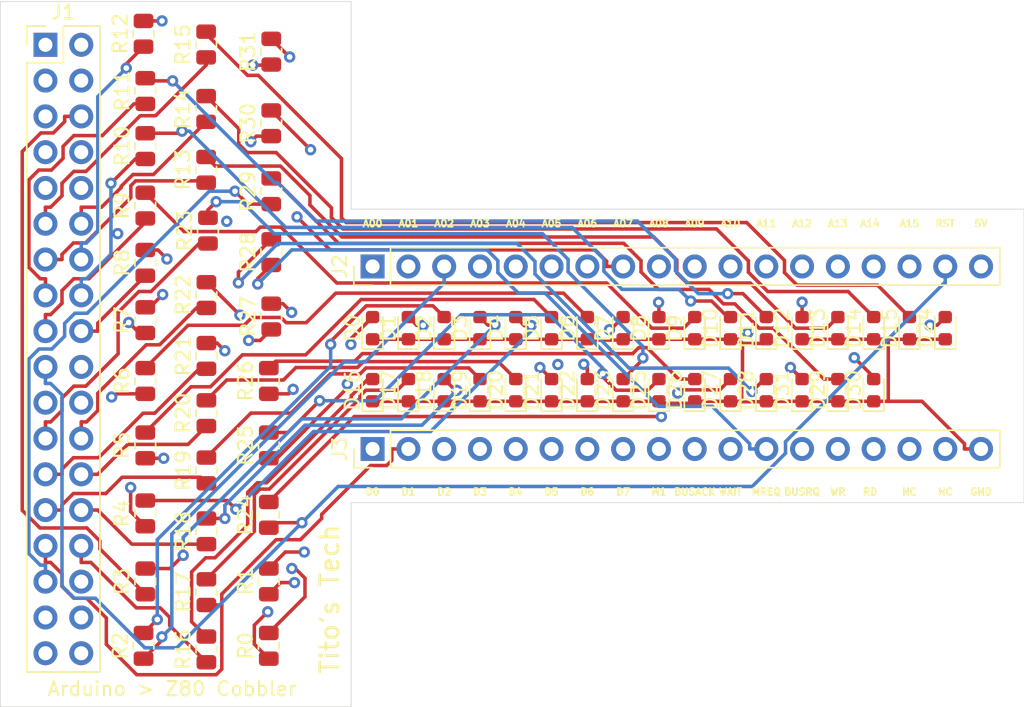
<source format=kicad_pcb>
(kicad_pcb (version 20171130) (host pcbnew 5.1.10-88a1d61d58~90~ubuntu20.04.1)
  (layers (0 F.Cu signal) (1 In1.Cu signal) (2 In2.Cu signal) (31 B.Cu signal) (34 B.Paste user) (35 F.Paste user) (36 B.SilkS user) (37 F.SilkS user) (38 B.Mask user) (39 F.Mask user) (44 Edge.Cuts user))
  (net 0 "")
  (net 1 "Net-(D0-Pad2)")
  (net 2 GND)
  (net 3 "Net-(D1-Pad2)")
  (net 4 "Net-(D2-Pad2)")
  (net 5 "Net-(D3-Pad2)")
  (net 6 "Net-(D4-Pad2)")
  (net 7 "Net-(D5-Pad2)")
  (net 8 "Net-(D6-Pad2)")
  (net 9 "Net-(D7-Pad2)")
  (net 10 "Net-(D8-Pad2)")
  (net 11 "Net-(D9-Pad2)")
  (net 12 "Net-(D10-Pad2)")
  (net 13 "Net-(D11-Pad2)")
  (net 14 "Net-(D12-Pad2)")
  (net 15 "Net-(D13-Pad2)")
  (net 16 "Net-(D14-Pad2)")
  (net 17 "Net-(D15-Pad2)")
  (net 18 "Net-(D16-Pad2)")
  (net 19 "Net-(D17-Pad2)")
  (net 20 "Net-(D18-Pad2)")
  (net 21 "Net-(D19-Pad2)")
  (net 22 "Net-(D20-Pad2)")
  (net 23 "Net-(D21-Pad2)")
  (net 24 "Net-(D22-Pad2)")
  (net 25 "Net-(D23-Pad2)")
  (net 26 "Net-(D24-Pad2)")
  (net 27 "Net-(D25-Pad2)")
  (net 28 "Net-(D26-Pad2)")
  (net 29 "Net-(D27-Pad2)")
  (net 30 "Net-(D28-Pad2)")
  (net 31 "Net-(D29-Pad2)")
  (net 32 "Net-(D30-Pad2)")
  (net 33 "Net-(D31-Pad2)")
  (net 34 /5V)
  (net 35 /A0)
  (net 36 "Net-(J1-Pad4)")
  (net 37 "Net-(J1-Pad5)")
  (net 38 "Net-(J1-Pad6)")
  (net 39 "Net-(J1-Pad7)")
  (net 40 "Net-(J1-Pad8)")
  (net 41 "Net-(J1-Pad9)")
  (net 42 /A7)
  (net 43 /A15)
  (net 44 "Net-(J1-Pad12)")
  (net 45 "Net-(J1-Pad13)")
  (net 46 "Net-(J1-Pad14)")
  (net 47 "Net-(J1-Pad15)")
  (net 48 "Net-(J1-Pad16)")
  (net 49 "Net-(J1-Pad17)")
  (net 50 "Net-(J1-Pad18)")
  (net 51 /RST)
  (net 52 /M1)
  (net 53 /BUSRQ)
  (net 54 /BUSACK)
  (net 55 /D7)
  (net 56 "Net-(J1-Pad24)")
  (net 57 "Net-(J1-Pad25)")
  (net 58 "Net-(J1-Pad26)")
  (net 59 /YELLOW)
  (net 60 "Net-(J1-Pad28)")
  (net 61 "Net-(J1-Pad29)")
  (net 62 /D0)
  (net 63 /WR)
  (net 64 /WAIT)
  (net 65 /RD)
  (net 66 /MREQ)
  (net 67 "Net-(J3-Pad17)")
  (net 68 "Net-(J3-Pad16)")
  (module LED_SMD:LED_0603_1608Metric (layer F.Cu) (at 60.96 72.96 90)
    (fp_text reference D0 (at 0 -1.43 90) (layer F.SilkS))
    (fp_text value LED)
    (pad 2 smd roundrect (at 0.7875 0 90) (size 0.875 0.95) (layers F.Cu F.Paste F.Mask) (net 1 "Net-(D0-Pad2)"))
    (pad 1 smd roundrect (at -0.7875 0 90) (size 0.875 0.95) (layers F.Cu F.Paste F.Mask) (net 2 GND))
  )
  (module LED_SMD:LED_0603_1608Metric (layer F.Cu) (at 63.5 72.96 90)
    (fp_text reference D1 (at 0 -1.43 90) (layer F.SilkS))
    (fp_text value LED)
    (pad 1 smd roundrect (at -0.7875 0 90) (size 0.875 0.95) (layers F.Cu F.Paste F.Mask) (net 2 GND))
    (pad 2 smd roundrect (at 0.7875 0 90) (size 0.875 0.95) (layers F.Cu F.Paste F.Mask) (net 3 "Net-(D1-Pad2)"))
  )
  (module LED_SMD:LED_0603_1608Metric (layer F.Cu) (at 66.04 72.96 90)
    (fp_text reference D2 (at 0 -1.43 90) (layer F.SilkS))
    (fp_text value LED)
    (pad 1 smd roundrect (at -0.7875 0 90) (size 0.875 0.95) (layers F.Cu F.Paste F.Mask) (net 2 GND))
    (pad 2 smd roundrect (at 0.7875 0 90) (size 0.875 0.95) (layers F.Cu F.Paste F.Mask) (net 4 "Net-(D2-Pad2)"))
  )
  (module LED_SMD:LED_0603_1608Metric (layer F.Cu) (at 68.58 72.96 90)
    (fp_text reference D3 (at 0 -1.43 90) (layer F.SilkS))
    (fp_text value LED)
    (pad 1 smd roundrect (at -0.7875 0 90) (size 0.875 0.95) (layers F.Cu F.Paste F.Mask) (net 2 GND))
    (pad 2 smd roundrect (at 0.7875 0 90) (size 0.875 0.95) (layers F.Cu F.Paste F.Mask) (net 5 "Net-(D3-Pad2)"))
  )
  (module LED_SMD:LED_0603_1608Metric (layer F.Cu) (at 71.12 72.96 90)
    (fp_text reference D4 (at 0 -1.43 90) (layer F.SilkS))
    (fp_text value LED)
    (pad 1 smd roundrect (at -0.7875 0 90) (size 0.875 0.95) (layers F.Cu F.Paste F.Mask) (net 2 GND))
    (pad 2 smd roundrect (at 0.7875 0 90) (size 0.875 0.95) (layers F.Cu F.Paste F.Mask) (net 6 "Net-(D4-Pad2)"))
  )
  (module LED_SMD:LED_0603_1608Metric (layer F.Cu) (at 73.66 72.96 90)
    (fp_text reference D5 (at 0 -1.43 90) (layer F.SilkS))
    (fp_text value LED)
    (pad 2 smd roundrect (at 0.7875 0 90) (size 0.875 0.95) (layers F.Cu F.Paste F.Mask) (net 7 "Net-(D5-Pad2)"))
    (pad 1 smd roundrect (at -0.7875 0 90) (size 0.875 0.95) (layers F.Cu F.Paste F.Mask) (net 2 GND))
  )
  (module LED_SMD:LED_0603_1608Metric (layer F.Cu) (at 76.2 72.96 90)
    (fp_text reference D6 (at 0 -1.43 90) (layer F.SilkS))
    (fp_text value LED)
    (pad 1 smd roundrect (at -0.7875 0 90) (size 0.875 0.95) (layers F.Cu F.Paste F.Mask) (net 2 GND))
    (pad 2 smd roundrect (at 0.7875 0 90) (size 0.875 0.95) (layers F.Cu F.Paste F.Mask) (net 8 "Net-(D6-Pad2)"))
  )
  (module LED_SMD:LED_0603_1608Metric (layer F.Cu) (at 78.74 72.96 90)
    (fp_text reference D7 (at 0 -1.43 90) (layer F.SilkS))
    (fp_text value LED)
    (pad 1 smd roundrect (at -0.7875 0 90) (size 0.875 0.95) (layers F.Cu F.Paste F.Mask) (net 2 GND))
    (pad 2 smd roundrect (at 0.7875 0 90) (size 0.875 0.95) (layers F.Cu F.Paste F.Mask) (net 9 "Net-(D7-Pad2)"))
  )
  (module LED_SMD:LED_0603_1608Metric (layer F.Cu) (at 81.28 72.96 90)
    (fp_text reference D8 (at 0 -1.43 90) (layer F.SilkS))
    (fp_text value LED)
    (pad 1 smd roundrect (at -0.7875 0 90) (size 0.875 0.95) (layers F.Cu F.Paste F.Mask) (net 2 GND))
    (pad 2 smd roundrect (at 0.7875 0 90) (size 0.875 0.95) (layers F.Cu F.Paste F.Mask) (net 10 "Net-(D8-Pad2)"))
  )
  (module LED_SMD:LED_0603_1608Metric (layer F.Cu) (at 83.82 72.96 90)
    (fp_text reference D9 (at 0 -1.43 90) (layer F.SilkS))
    (fp_text value LED)
    (pad 2 smd roundrect (at 0.7875 0 90) (size 0.875 0.95) (layers F.Cu F.Paste F.Mask) (net 11 "Net-(D9-Pad2)"))
    (pad 1 smd roundrect (at -0.7875 0 90) (size 0.875 0.95) (layers F.Cu F.Paste F.Mask) (net 2 GND))
  )
  (module LED_SMD:LED_0603_1608Metric (layer F.Cu) (at 86.36 72.96 90)
    (fp_text reference D10 (at 0 -1.43 90) (layer F.SilkS))
    (fp_text value LED)
    (pad 1 smd roundrect (at -0.7875 0 90) (size 0.875 0.95) (layers F.Cu F.Paste F.Mask) (net 2 GND))
    (pad 2 smd roundrect (at 0.7875 0 90) (size 0.875 0.95) (layers F.Cu F.Paste F.Mask) (net 12 "Net-(D10-Pad2)"))
  )
  (module LED_SMD:LED_0603_1608Metric (layer F.Cu) (at 88.9 72.96 90)
    (fp_text reference D11 (at 0 -1.43 90) (layer F.SilkS))
    (fp_text value LED)
    (pad 2 smd roundrect (at 0.7875 0 90) (size 0.875 0.95) (layers F.Cu F.Paste F.Mask) (net 13 "Net-(D11-Pad2)"))
    (pad 1 smd roundrect (at -0.7875 0 90) (size 0.875 0.95) (layers F.Cu F.Paste F.Mask) (net 2 GND))
  )
  (module LED_SMD:LED_0603_1608Metric (layer F.Cu) (at 91.44 72.96 90)
    (fp_text reference D12 (at 0 -1.43 90) (layer F.SilkS))
    (fp_text value LED)
    (pad 1 smd roundrect (at -0.7875 0 90) (size 0.875 0.95) (layers F.Cu F.Paste F.Mask) (net 2 GND))
    (pad 2 smd roundrect (at 0.7875 0 90) (size 0.875 0.95) (layers F.Cu F.Paste F.Mask) (net 14 "Net-(D12-Pad2)"))
  )
  (module LED_SMD:LED_0603_1608Metric (layer F.Cu) (at 93.98 72.96 90)
    (fp_text reference D13 (at 0 -1.43 90) (layer F.SilkS))
    (fp_text value LED)
    (pad 1 smd roundrect (at -0.7875 0 90) (size 0.875 0.95) (layers F.Cu F.Paste F.Mask) (net 2 GND))
    (pad 2 smd roundrect (at 0.7875 0 90) (size 0.875 0.95) (layers F.Cu F.Paste F.Mask) (net 15 "Net-(D13-Pad2)"))
  )
  (module LED_SMD:LED_0603_1608Metric (layer F.Cu) (at 96.52 72.96 90)
    (fp_text reference D14 (at 0 -1.43 90) (layer F.SilkS))
    (fp_text value LED)
    (pad 2 smd roundrect (at 0.7875 0 90) (size 0.875 0.95) (layers F.Cu F.Paste F.Mask) (net 16 "Net-(D14-Pad2)"))
    (pad 1 smd roundrect (at -0.7875 0 90) (size 0.875 0.95) (layers F.Cu F.Paste F.Mask) (net 2 GND))
  )
  (module LED_SMD:LED_0603_1608Metric (layer F.Cu) (at 99.06 72.96 90)
    (fp_text reference D15 (at 0 -1.43 90) (layer F.SilkS))
    (fp_text value LED)
    (pad 2 smd roundrect (at 0.7875 0 90) (size 0.875 0.95) (layers F.Cu F.Paste F.Mask) (net 17 "Net-(D15-Pad2)"))
    (pad 1 smd roundrect (at -0.7875 0 90) (size 0.875 0.95) (layers F.Cu F.Paste F.Mask) (net 2 GND))
  )
  (module LED_SMD:LED_0603_1608Metric (layer F.Cu) (at 60.96 77.3635 90)
    (fp_text reference D16 (at 0 -1.43 90) (layer F.SilkS))
    (fp_text value LED)
    (pad 1 smd roundrect (at -0.7875 0 90) (size 0.875 0.95) (layers F.Cu F.Paste F.Mask) (net 2 GND))
    (pad 2 smd roundrect (at 0.7875 0 90) (size 0.875 0.95) (layers F.Cu F.Paste F.Mask) (net 18 "Net-(D16-Pad2)"))
  )
  (module LED_SMD:LED_0603_1608Metric (layer F.Cu) (at 63.5 77.3635 90)
    (fp_text reference D17 (at 0 -1.43 90) (layer F.SilkS))
    (fp_text value LED)
    (pad 1 smd roundrect (at -0.7875 0 90) (size 0.875 0.95) (layers F.Cu F.Paste F.Mask) (net 2 GND))
    (pad 2 smd roundrect (at 0.7875 0 90) (size 0.875 0.95) (layers F.Cu F.Paste F.Mask) (net 19 "Net-(D17-Pad2)"))
  )
  (module LED_SMD:LED_0603_1608Metric (layer F.Cu) (at 66.04 77.3635 90)
    (fp_text reference D18 (at 0 -1.43 90) (layer F.SilkS))
    (fp_text value LED)
    (pad 2 smd roundrect (at 0.7875 0 90) (size 0.875 0.95) (layers F.Cu F.Paste F.Mask) (net 20 "Net-(D18-Pad2)"))
    (pad 1 smd roundrect (at -0.7875 0 90) (size 0.875 0.95) (layers F.Cu F.Paste F.Mask) (net 2 GND))
  )
  (module LED_SMD:LED_0603_1608Metric (layer F.Cu) (at 68.58 77.3635 90)
    (fp_text reference D19 (at 0 -1.43 90) (layer F.SilkS))
    (fp_text value LED)
    (pad 2 smd roundrect (at 0.7875 0 90) (size 0.875 0.95) (layers F.Cu F.Paste F.Mask) (net 21 "Net-(D19-Pad2)"))
    (pad 1 smd roundrect (at -0.7875 0 90) (size 0.875 0.95) (layers F.Cu F.Paste F.Mask) (net 2 GND))
  )
  (module LED_SMD:LED_0603_1608Metric (layer F.Cu) (at 71.12 77.3635 90)
    (fp_text reference D20 (at 0 -1.43 90) (layer F.SilkS))
    (fp_text value LED)
    (pad 2 smd roundrect (at 0.7875 0 90) (size 0.875 0.95) (layers F.Cu F.Paste F.Mask) (net 22 "Net-(D20-Pad2)"))
    (pad 1 smd roundrect (at -0.7875 0 90) (size 0.875 0.95) (layers F.Cu F.Paste F.Mask) (net 2 GND))
  )
  (module LED_SMD:LED_0603_1608Metric (layer F.Cu) (at 73.66 77.3635 90)
    (fp_text reference D21 (at 0 -1.43 90) (layer F.SilkS))
    (fp_text value LED)
    (pad 2 smd roundrect (at 0.7875 0 90) (size 0.875 0.95) (layers F.Cu F.Paste F.Mask) (net 23 "Net-(D21-Pad2)"))
    (pad 1 smd roundrect (at -0.7875 0 90) (size 0.875 0.95) (layers F.Cu F.Paste F.Mask) (net 2 GND))
  )
  (module LED_SMD:LED_0603_1608Metric (layer F.Cu) (at 76.2 77.3635 90)
    (fp_text reference D22 (at 0 -1.43 90) (layer F.SilkS))
    (fp_text value LED)
    (pad 1 smd roundrect (at -0.7875 0 90) (size 0.875 0.95) (layers F.Cu F.Paste F.Mask) (net 2 GND))
    (pad 2 smd roundrect (at 0.7875 0 90) (size 0.875 0.95) (layers F.Cu F.Paste F.Mask) (net 24 "Net-(D22-Pad2)"))
  )
  (module LED_SMD:LED_0603_1608Metric (layer F.Cu) (at 78.74 77.3635 90)
    (fp_text reference D23 (at 0 -1.43 90) (layer F.SilkS))
    (fp_text value LED)
    (pad 2 smd roundrect (at 0.7875 0 90) (size 0.875 0.95) (layers F.Cu F.Paste F.Mask) (net 25 "Net-(D23-Pad2)"))
    (pad 1 smd roundrect (at -0.7875 0 90) (size 0.875 0.95) (layers F.Cu F.Paste F.Mask) (net 2 GND))
  )
  (module LED_SMD:LED_0603_1608Metric (layer F.Cu) (at 101.6 72.96 90)
    (fp_text reference D24 (at 0 -1.43 90) (layer F.SilkS))
    (fp_text value LED)
    (pad 1 smd roundrect (at -0.7875 0 90) (size 0.875 0.95) (layers F.Cu F.Paste F.Mask) (net 2 GND))
    (pad 2 smd roundrect (at 0.7875 0 90) (size 0.875 0.95) (layers F.Cu F.Paste F.Mask) (net 26 "Net-(D24-Pad2)"))
  )
  (module LED_SMD:LED_0603_1608Metric (layer F.Cu) (at 81.28 77.3635 90)
    (fp_text reference D25 (at 0 -1.43 90) (layer F.SilkS))
    (fp_text value LED)
    (pad 1 smd roundrect (at -0.7875 0 90) (size 0.875 0.95) (layers F.Cu F.Paste F.Mask) (net 2 GND))
    (pad 2 smd roundrect (at 0.7875 0 90) (size 0.875 0.95) (layers F.Cu F.Paste F.Mask) (net 27 "Net-(D25-Pad2)"))
  )
  (module LED_SMD:LED_0603_1608Metric (layer F.Cu) (at 83.82 77.3635 90)
    (fp_text reference D26 (at 0 -1.43 90) (layer F.SilkS))
    (fp_text value LED)
    (pad 2 smd roundrect (at 0.7875 0 90) (size 0.875 0.95) (layers F.Cu F.Paste F.Mask) (net 28 "Net-(D26-Pad2)"))
    (pad 1 smd roundrect (at -0.7875 0 90) (size 0.875 0.95) (layers F.Cu F.Paste F.Mask) (net 2 GND))
  )
  (module LED_SMD:LED_0603_1608Metric (layer F.Cu) (at 86.36 77.3635 90)
    (fp_text reference D27 (at 0 -1.43 90) (layer F.SilkS))
    (fp_text value LED)
    (pad 2 smd roundrect (at 0.7875 0 90) (size 0.875 0.95) (layers F.Cu F.Paste F.Mask) (net 29 "Net-(D27-Pad2)"))
    (pad 1 smd roundrect (at -0.7875 0 90) (size 0.875 0.95) (layers F.Cu F.Paste F.Mask) (net 2 GND))
  )
  (module LED_SMD:LED_0603_1608Metric (layer F.Cu) (at 88.9 77.3635 90)
    (fp_text reference D28 (at 0 -1.43 90) (layer F.SilkS))
    (fp_text value LED)
    (pad 1 smd roundrect (at -0.7875 0 90) (size 0.875 0.95) (layers F.Cu F.Paste F.Mask) (net 2 GND))
    (pad 2 smd roundrect (at 0.7875 0 90) (size 0.875 0.95) (layers F.Cu F.Paste F.Mask) (net 30 "Net-(D28-Pad2)"))
  )
  (module LED_SMD:LED_0603_1608Metric (layer F.Cu) (at 93.98 77.3635 90)
    (fp_text reference D29 (at 0 -1.43 90) (layer F.SilkS))
    (fp_text value LED)
    (pad 2 smd roundrect (at 0.7875 0 90) (size 0.875 0.95) (layers F.Cu F.Paste F.Mask) (net 31 "Net-(D29-Pad2)"))
    (pad 1 smd roundrect (at -0.7875 0 90) (size 0.875 0.95) (layers F.Cu F.Paste F.Mask) (net 2 GND))
  )
  (module LED_SMD:LED_0603_1608Metric (layer F.Cu) (at 96.52 77.3635 90)
    (fp_text reference D30 (at 0 -1.43 90) (layer F.SilkS))
    (fp_text value LED)
    (pad 2 smd roundrect (at 0.7875 0 90) (size 0.875 0.95) (layers F.Cu F.Paste F.Mask) (net 32 "Net-(D30-Pad2)"))
    (pad 1 smd roundrect (at -0.7875 0 90) (size 0.875 0.95) (layers F.Cu F.Paste F.Mask) (net 2 GND))
  )
  (module LED_SMD:LED_0603_1608Metric (layer F.Cu) (at 91.44 77.3635 90)
    (fp_text reference D31 (at 0 -1.43 90) (layer F.SilkS))
    (fp_text value LED)
    (pad 2 smd roundrect (at 0.7875 0 90) (size 0.875 0.95) (layers F.Cu F.Paste F.Mask) (net 33 "Net-(D31-Pad2)"))
    (pad 1 smd roundrect (at -0.7875 0 90) (size 0.875 0.95) (layers F.Cu F.Paste F.Mask) (net 2 GND))
  )
  (module Connector_PinHeader_2.54mm:PinHeader_2x18_P2.54mm_Vertical (layer F.Cu) (at 37.744 52.85)
    (fp_text reference J1 (at 1.27 -2.33) (layer F.SilkS))
    (fp_text value "")
    (pad 36 thru_hole oval (at 2.54 43.18) (size 1.7 1.7) (drill 1) (layers *.Cu *.Mask) (net 2 GND))
    (pad 35 thru_hole oval (at 0 43.18) (size 1.7 1.7) (drill 1) (layers *.Cu *.Mask) (net 2 GND))
    (pad 34 thru_hole oval (at 2.54 40.64) (size 1.7 1.7) (drill 1) (layers *.Cu *.Mask) (net 66 /MREQ))
    (pad 33 thru_hole oval (at 0 40.64) (size 1.7 1.7) (drill 1) (layers *.Cu *.Mask) (net 65 /RD))
    (pad 32 thru_hole oval (at 2.54 38.1) (size 1.7 1.7) (drill 1) (layers *.Cu *.Mask) (net 64 /WAIT))
    (pad 31 thru_hole oval (at 0 38.1) (size 1.7 1.7) (drill 1) (layers *.Cu *.Mask) (net 63 /WR))
    (pad 30 thru_hole oval (at 2.54 35.56) (size 1.7 1.7) (drill 1) (layers *.Cu *.Mask) (net 62 /D0))
    (pad 29 thru_hole oval (at 0 35.56) (size 1.7 1.7) (drill 1) (layers *.Cu *.Mask) (net 61 "Net-(J1-Pad29)"))
    (pad 28 thru_hole oval (at 2.54 33.02) (size 1.7 1.7) (drill 1) (layers *.Cu *.Mask) (net 60 "Net-(J1-Pad28)"))
    (pad 27 thru_hole oval (at 0 33.02) (size 1.7 1.7) (drill 1) (layers *.Cu *.Mask) (net 59 /YELLOW))
    (pad 26 thru_hole oval (at 2.54 30.48) (size 1.7 1.7) (drill 1) (layers *.Cu *.Mask) (net 58 "Net-(J1-Pad26)"))
    (pad 25 thru_hole oval (at 0 30.48) (size 1.7 1.7) (drill 1) (layers *.Cu *.Mask) (net 57 "Net-(J1-Pad25)"))
    (pad 24 thru_hole oval (at 2.54 27.94) (size 1.7 1.7) (drill 1) (layers *.Cu *.Mask) (net 56 "Net-(J1-Pad24)"))
    (pad 23 thru_hole oval (at 0 27.94) (size 1.7 1.7) (drill 1) (layers *.Cu *.Mask) (net 55 /D7))
    (pad 22 thru_hole oval (at 2.54 25.4) (size 1.7 1.7) (drill 1) (layers *.Cu *.Mask) (net 54 /BUSACK))
    (pad 21 thru_hole oval (at 0 25.4) (size 1.7 1.7) (drill 1) (layers *.Cu *.Mask) (net 53 /BUSRQ))
    (pad 20 thru_hole oval (at 2.54 22.86) (size 1.7 1.7) (drill 1) (layers *.Cu *.Mask) (net 52 /M1))
    (pad 19 thru_hole oval (at 0 22.86) (size 1.7 1.7) (drill 1) (layers *.Cu *.Mask) (net 51 /RST))
    (pad 18 thru_hole oval (at 2.54 20.32) (size 1.7 1.7) (drill 1) (layers *.Cu *.Mask) (net 50 "Net-(J1-Pad18)"))
    (pad 17 thru_hole oval (at 0 20.32) (size 1.7 1.7) (drill 1) (layers *.Cu *.Mask) (net 49 "Net-(J1-Pad17)"))
    (pad 16 thru_hole oval (at 2.54 17.78) (size 1.7 1.7) (drill 1) (layers *.Cu *.Mask) (net 48 "Net-(J1-Pad16)"))
    (pad 15 thru_hole oval (at 0 17.78) (size 1.7 1.7) (drill 1) (layers *.Cu *.Mask) (net 47 "Net-(J1-Pad15)"))
    (pad 14 thru_hole oval (at 2.54 15.24) (size 1.7 1.7) (drill 1) (layers *.Cu *.Mask) (net 46 "Net-(J1-Pad14)"))
    (pad 13 thru_hole oval (at 0 15.24) (size 1.7 1.7) (drill 1) (layers *.Cu *.Mask) (net 45 "Net-(J1-Pad13)"))
    (pad 12 thru_hole oval (at 2.54 12.7) (size 1.7 1.7) (drill 1) (layers *.Cu *.Mask) (net 44 "Net-(J1-Pad12)"))
    (pad 11 thru_hole oval (at 0 12.7) (size 1.7 1.7) (drill 1) (layers *.Cu *.Mask) (net 43 /A15))
    (pad 10 thru_hole oval (at 2.54 10.16) (size 1.7 1.7) (drill 1) (layers *.Cu *.Mask) (net 42 /A7))
    (pad 9 thru_hole oval (at 0 10.16) (size 1.7 1.7) (drill 1) (layers *.Cu *.Mask) (net 41 "Net-(J1-Pad9)"))
    (pad 8 thru_hole oval (at 2.54 7.62) (size 1.7 1.7) (drill 1) (layers *.Cu *.Mask) (net 40 "Net-(J1-Pad8)"))
    (pad 7 thru_hole oval (at 0 7.62) (size 1.7 1.7) (drill 1) (layers *.Cu *.Mask) (net 39 "Net-(J1-Pad7)"))
    (pad 6 thru_hole oval (at 2.54 5.08) (size 1.7 1.7) (drill 1) (layers *.Cu *.Mask) (net 38 "Net-(J1-Pad6)"))
    (pad 5 thru_hole oval (at 0 5.08) (size 1.7 1.7) (drill 1) (layers *.Cu *.Mask) (net 37 "Net-(J1-Pad5)"))
    (pad 4 thru_hole oval (at 2.54 2.54) (size 1.7 1.7) (drill 1) (layers *.Cu *.Mask) (net 36 "Net-(J1-Pad4)"))
    (pad 3 thru_hole oval (at 0 2.54) (size 1.7 1.7) (drill 1) (layers *.Cu *.Mask) (net 35 /A0))
    (pad 2 thru_hole oval (at 2.54 0) (size 1.7 1.7) (drill 1) (layers *.Cu *.Mask) (net 34 /5V))
    (pad 1 thru_hole rect (at 0 0) (size 1.7 1.7) (drill 1) (layers *.Cu *.Mask) (net 34 /5V))
  )
  (module Connector_PinHeader_2.54mm:PinHeader_1x18_P2.54mm_Vertical (layer F.Cu) (at 60.96 68.58 90)
    (fp_text reference J2 (at 0 -2.33 90) (layer F.SilkS))
    (fp_text value "")
    (pad 1 thru_hole rect (at 0 0 90) (size 1.7 1.7) (drill 1) (layers *.Cu *.Mask) (net 35 /A0))
    (pad 2 thru_hole oval (at 0 2.54 90) (size 1.7 1.7) (drill 1) (layers *.Cu *.Mask) (net 36 "Net-(J1-Pad4)"))
    (pad 3 thru_hole oval (at 0 5.08 90) (size 1.7 1.7) (drill 1) (layers *.Cu *.Mask) (net 37 "Net-(J1-Pad5)"))
    (pad 4 thru_hole oval (at 0 7.62 90) (size 1.7 1.7) (drill 1) (layers *.Cu *.Mask) (net 38 "Net-(J1-Pad6)"))
    (pad 5 thru_hole oval (at 0 10.16 90) (size 1.7 1.7) (drill 1) (layers *.Cu *.Mask) (net 39 "Net-(J1-Pad7)"))
    (pad 6 thru_hole oval (at 0 12.7 90) (size 1.7 1.7) (drill 1) (layers *.Cu *.Mask) (net 40 "Net-(J1-Pad8)"))
    (pad 7 thru_hole oval (at 0 15.24 90) (size 1.7 1.7) (drill 1) (layers *.Cu *.Mask) (net 41 "Net-(J1-Pad9)"))
    (pad 8 thru_hole oval (at 0 17.78 90) (size 1.7 1.7) (drill 1) (layers *.Cu *.Mask) (net 42 /A7))
    (pad 9 thru_hole oval (at 0 20.32 90) (size 1.7 1.7) (drill 1) (layers *.Cu *.Mask) (net 50 "Net-(J1-Pad18)"))
    (pad 10 thru_hole oval (at 0 22.86 90) (size 1.7 1.7) (drill 1) (layers *.Cu *.Mask) (net 49 "Net-(J1-Pad17)"))
    (pad 11 thru_hole oval (at 0 25.4 90) (size 1.7 1.7) (drill 1) (layers *.Cu *.Mask) (net 48 "Net-(J1-Pad16)"))
    (pad 12 thru_hole oval (at 0 27.94 90) (size 1.7 1.7) (drill 1) (layers *.Cu *.Mask) (net 47 "Net-(J1-Pad15)"))
    (pad 13 thru_hole oval (at 0 30.48 90) (size 1.7 1.7) (drill 1) (layers *.Cu *.Mask) (net 46 "Net-(J1-Pad14)"))
    (pad 14 thru_hole oval (at 0 33.02 90) (size 1.7 1.7) (drill 1) (layers *.Cu *.Mask) (net 45 "Net-(J1-Pad13)"))
    (pad 15 thru_hole oval (at 0 35.56 90) (size 1.7 1.7) (drill 1) (layers *.Cu *.Mask) (net 44 "Net-(J1-Pad12)"))
    (pad 16 thru_hole oval (at 0 38.1 90) (size 1.7 1.7) (drill 1) (layers *.Cu *.Mask) (net 43 /A15))
    (pad 17 thru_hole oval (at 0 40.64 90) (size 1.7 1.7) (drill 1) (layers *.Cu *.Mask) (net 51 /RST))
    (pad 18 thru_hole oval (at 0 43.18 90) (size 1.7 1.7) (drill 1) (layers *.Cu *.Mask) (net 34 /5V))
  )
  (module Connector_PinHeader_2.54mm:PinHeader_1x18_P2.54mm_Vertical (layer F.Cu) (at 60.96 81.534 90)
    (fp_text reference J3 (at 0 -2.33 90) (layer F.SilkS))
    (fp_text value "")
    (pad 18 thru_hole oval (at 0 43.18 90) (size 1.7 1.7) (drill 1) (layers *.Cu *.Mask) (net 2 GND))
    (pad 17 thru_hole oval (at 0 40.64 90) (size 1.7 1.7) (drill 1) (layers *.Cu *.Mask) (net 67 "Net-(J3-Pad17)"))
    (pad 16 thru_hole oval (at 0 38.1 90) (size 1.7 1.7) (drill 1) (layers *.Cu *.Mask) (net 68 "Net-(J3-Pad16)"))
    (pad 15 thru_hole oval (at 0 35.56 90) (size 1.7 1.7) (drill 1) (layers *.Cu *.Mask) (net 65 /RD))
    (pad 14 thru_hole oval (at 0 33.02 90) (size 1.7 1.7) (drill 1) (layers *.Cu *.Mask) (net 63 /WR))
    (pad 13 thru_hole oval (at 0 30.48 90) (size 1.7 1.7) (drill 1) (layers *.Cu *.Mask) (net 53 /BUSRQ))
    (pad 12 thru_hole oval (at 0 27.94 90) (size 1.7 1.7) (drill 1) (layers *.Cu *.Mask) (net 66 /MREQ))
    (pad 11 thru_hole oval (at 0 25.4 90) (size 1.7 1.7) (drill 1) (layers *.Cu *.Mask) (net 64 /WAIT))
    (pad 10 thru_hole oval (at 0 22.86 90) (size 1.7 1.7) (drill 1) (layers *.Cu *.Mask) (net 54 /BUSACK))
    (pad 9 thru_hole oval (at 0 20.32 90) (size 1.7 1.7) (drill 1) (layers *.Cu *.Mask) (net 52 /M1))
    (pad 8 thru_hole oval (at 0 17.78 90) (size 1.7 1.7) (drill 1) (layers *.Cu *.Mask) (net 55 /D7))
    (pad 7 thru_hole oval (at 0 15.24 90) (size 1.7 1.7) (drill 1) (layers *.Cu *.Mask) (net 56 "Net-(J1-Pad24)"))
    (pad 6 thru_hole oval (at 0 12.7 90) (size 1.7 1.7) (drill 1) (layers *.Cu *.Mask) (net 57 "Net-(J1-Pad25)"))
    (pad 5 thru_hole oval (at 0 10.16 90) (size 1.7 1.7) (drill 1) (layers *.Cu *.Mask) (net 58 "Net-(J1-Pad26)"))
    (pad 4 thru_hole oval (at 0 7.62 90) (size 1.7 1.7) (drill 1) (layers *.Cu *.Mask) (net 59 /YELLOW))
    (pad 3 thru_hole oval (at 0 5.08 90) (size 1.7 1.7) (drill 1) (layers *.Cu *.Mask) (net 60 "Net-(J1-Pad28)"))
    (pad 2 thru_hole oval (at 0 2.54 90) (size 1.7 1.7) (drill 1) (layers *.Cu *.Mask) (net 61 "Net-(J1-Pad29)"))
    (pad 1 thru_hole rect (at 0 0 90) (size 1.7 1.7) (drill 1) (layers *.Cu *.Mask) (net 62 /D0))
  )
  (module Resistor_SMD:R_0805_2012Metric (layer F.Cu) (at 53.594 95.504 90)
    (fp_text reference R0 (at 0 -1.65 90) (layer F.SilkS))
    (fp_text value 10k)
    (pad 1 smd roundrect (at -0.9125 0 90) (size 1.025 1.4) (layers F.Cu F.Paste F.Mask) (roundrect_rratio 0.2439014634146341) (net 35 /A0))
    (pad 2 smd roundrect (at 0.9125 0 90) (size 1.025 1.4) (layers F.Cu F.Paste F.Mask) (roundrect_rratio 0.2439014634146341) (net 1 "Net-(D0-Pad2)"))
  )
  (module Resistor_SMD:R_0805_2012Metric (layer F.Cu) (at 53.594 90.932 90)
    (fp_text reference R1 (at 0 -1.65 90) (layer F.SilkS))
    (fp_text value 10k)
    (pad 1 smd roundrect (at -0.9125 0 90) (size 1.025 1.4) (layers F.Cu F.Paste F.Mask) (roundrect_rratio 0.2439014634146341) (net 36 "Net-(J1-Pad4)"))
    (pad 2 smd roundrect (at 0.9125 0 90) (size 1.025 1.4) (layers F.Cu F.Paste F.Mask) (roundrect_rratio 0.2439014634146341) (net 3 "Net-(D1-Pad2)"))
  )
  (module Resistor_SMD:R_0805_2012Metric (layer F.Cu) (at 44.704 95.504 90)
    (fp_text reference R2 (at 0 -1.65 90) (layer F.SilkS))
    (fp_text value 10k)
    (pad 1 smd roundrect (at -0.9125 0 90) (size 1.025 1.4) (layers F.Cu F.Paste F.Mask) (roundrect_rratio 0.2439014634146341) (net 37 "Net-(J1-Pad5)"))
    (pad 2 smd roundrect (at 0.9125 0 90) (size 1.025 1.4) (layers F.Cu F.Paste F.Mask) (roundrect_rratio 0.2439014634146341) (net 4 "Net-(D2-Pad2)"))
  )
  (module Resistor_SMD:R_0805_2012Metric (layer F.Cu) (at 44.83 90.932 90)
    (fp_text reference R3 (at 0 -1.65 90) (layer F.SilkS))
    (fp_text value 10k)
    (pad 2 smd roundrect (at 0.9125 0 90) (size 1.025 1.4) (layers F.Cu F.Paste F.Mask) (roundrect_rratio 0.2439014634146341) (net 5 "Net-(D3-Pad2)"))
    (pad 1 smd roundrect (at -0.9125 0 90) (size 1.025 1.4) (layers F.Cu F.Paste F.Mask) (roundrect_rratio 0.2439014634146341) (net 38 "Net-(J1-Pad6)"))
  )
  (module Resistor_SMD:R_0805_2012Metric (layer F.Cu) (at 44.83 86.106 90)
    (fp_text reference R4 (at 0 -1.65 90) (layer F.SilkS))
    (fp_text value 10k)
    (pad 1 smd roundrect (at -0.9125 0 90) (size 1.025 1.4) (layers F.Cu F.Paste F.Mask) (roundrect_rratio 0.2439014634146341) (net 39 "Net-(J1-Pad7)"))
    (pad 2 smd roundrect (at 0.9125 0 90) (size 1.025 1.4) (layers F.Cu F.Paste F.Mask) (roundrect_rratio 0.2439014634146341) (net 6 "Net-(D4-Pad2)"))
  )
  (module Resistor_SMD:R_0805_2012Metric (layer F.Cu) (at 44.83 81.28 90)
    (fp_text reference R5 (at 0 -1.65 90) (layer F.SilkS))
    (fp_text value 10k)
    (pad 2 smd roundrect (at 0.9125 0 90) (size 1.025 1.4) (layers F.Cu F.Paste F.Mask) (roundrect_rratio 0.2439014634146341) (net 7 "Net-(D5-Pad2)"))
    (pad 1 smd roundrect (at -0.9125 0 90) (size 1.025 1.4) (layers F.Cu F.Paste F.Mask) (roundrect_rratio 0.2439014634146341) (net 40 "Net-(J1-Pad8)"))
  )
  (module Resistor_SMD:R_0805_2012Metric (layer F.Cu) (at 44.83 76.708 90)
    (fp_text reference R6 (at 0 -1.65 90) (layer F.SilkS))
    (fp_text value 10k)
    (pad 2 smd roundrect (at 0.9125 0 90) (size 1.025 1.4) (layers F.Cu F.Paste F.Mask) (roundrect_rratio 0.2439014634146341) (net 8 "Net-(D6-Pad2)"))
    (pad 1 smd roundrect (at -0.9125 0 90) (size 1.025 1.4) (layers F.Cu F.Paste F.Mask) (roundrect_rratio 0.2439014634146341) (net 41 "Net-(J1-Pad9)"))
  )
  (module Resistor_SMD:R_0805_2012Metric (layer F.Cu) (at 44.83 72.39 90)
    (fp_text reference R7 (at 0 -1.65 90) (layer F.SilkS))
    (fp_text value 10k)
    (pad 2 smd roundrect (at 0.9125 0 90) (size 1.025 1.4) (layers F.Cu F.Paste F.Mask) (roundrect_rratio 0.2439014634146341) (net 9 "Net-(D7-Pad2)"))
    (pad 1 smd roundrect (at -0.9125 0 90) (size 1.025 1.4) (layers F.Cu F.Paste F.Mask) (roundrect_rratio 0.2439014634146341) (net 42 /A7))
  )
  (module Resistor_SMD:R_0805_2012Metric (layer F.Cu) (at 44.83 68.326 90)
    (fp_text reference R8 (at 0 -1.65 90) (layer F.SilkS))
    (fp_text value 10k)
    (pad 1 smd roundrect (at -0.9125 0 90) (size 1.025 1.4) (layers F.Cu F.Paste F.Mask) (roundrect_rratio 0.2439014634146341) (net 50 "Net-(J1-Pad18)"))
    (pad 2 smd roundrect (at 0.9125 0 90) (size 1.025 1.4) (layers F.Cu F.Paste F.Mask) (roundrect_rratio 0.2439014634146341) (net 10 "Net-(D8-Pad2)"))
  )
  (module Resistor_SMD:R_0805_2012Metric (layer F.Cu) (at 44.83 64.262 90)
    (fp_text reference R9 (at 0 -1.65 90) (layer F.SilkS))
    (fp_text value 10k)
    (pad 2 smd roundrect (at 0.9125 0 90) (size 1.025 1.4) (layers F.Cu F.Paste F.Mask) (roundrect_rratio 0.2439014634146341) (net 11 "Net-(D9-Pad2)"))
    (pad 1 smd roundrect (at -0.9125 0 90) (size 1.025 1.4) (layers F.Cu F.Paste F.Mask) (roundrect_rratio 0.2439014634146341) (net 49 "Net-(J1-Pad17)"))
  )
  (module Resistor_SMD:R_0805_2012Metric (layer F.Cu) (at 44.83 60.04 90)
    (fp_text reference R10 (at 0 -1.65 90) (layer F.SilkS))
    (fp_text value 10k)
    (pad 2 smd roundrect (at 0.9125 0 90) (size 1.025 1.4) (layers F.Cu F.Paste F.Mask) (roundrect_rratio 0.2439014634146341) (net 12 "Net-(D10-Pad2)"))
    (pad 1 smd roundrect (at -0.9125 0 90) (size 1.025 1.4) (layers F.Cu F.Paste F.Mask) (roundrect_rratio 0.2439014634146341) (net 48 "Net-(J1-Pad16)"))
  )
  (module Resistor_SMD:R_0805_2012Metric (layer F.Cu) (at 44.83 56.134 90)
    (fp_text reference R11 (at 0 -1.65 90) (layer F.SilkS))
    (fp_text value 10k)
    (pad 1 smd roundrect (at -0.9125 0 90) (size 1.025 1.4) (layers F.Cu F.Paste F.Mask) (roundrect_rratio 0.2439014634146341) (net 47 "Net-(J1-Pad15)"))
    (pad 2 smd roundrect (at 0.9125 0 90) (size 1.025 1.4) (layers F.Cu F.Paste F.Mask) (roundrect_rratio 0.2439014634146341) (net 13 "Net-(D11-Pad2)"))
  )
  (module Resistor_SMD:R_0805_2012Metric (layer F.Cu) (at 44.704 52.07 90)
    (fp_text reference R12 (at 0 -1.65 90) (layer F.SilkS))
    (fp_text value 10k)
    (pad 2 smd roundrect (at 0.9125 0 90) (size 1.025 1.4) (layers F.Cu F.Paste F.Mask) (roundrect_rratio 0.2439014634146341) (net 14 "Net-(D12-Pad2)"))
    (pad 1 smd roundrect (at -0.9125 0 90) (size 1.025 1.4) (layers F.Cu F.Paste F.Mask) (roundrect_rratio 0.2439014634146341) (net 46 "Net-(J1-Pad14)"))
  )
  (module Resistor_SMD:R_0805_2012Metric (layer F.Cu) (at 49.148 61.722 90)
    (fp_text reference R13 (at 0 -1.65 90) (layer F.SilkS))
    (fp_text value 10k)
    (pad 1 smd roundrect (at -0.9125 0 90) (size 1.025 1.4) (layers F.Cu F.Paste F.Mask) (roundrect_rratio 0.2439014634146341) (net 45 "Net-(J1-Pad13)"))
    (pad 2 smd roundrect (at 0.9125 0 90) (size 1.025 1.4) (layers F.Cu F.Paste F.Mask) (roundrect_rratio 0.2439014634146341) (net 15 "Net-(D13-Pad2)"))
  )
  (module Resistor_SMD:R_0805_2012Metric (layer F.Cu) (at 49.148 57.404 90)
    (fp_text reference R14 (at 0 -1.65 90) (layer F.SilkS))
    (fp_text value 10k)
    (pad 2 smd roundrect (at 0.9125 0 90) (size 1.025 1.4) (layers F.Cu F.Paste F.Mask) (roundrect_rratio 0.2439014634146341) (net 16 "Net-(D14-Pad2)"))
    (pad 1 smd roundrect (at -0.9125 0 90) (size 1.025 1.4) (layers F.Cu F.Paste F.Mask) (roundrect_rratio 0.2439014634146341) (net 44 "Net-(J1-Pad12)"))
  )
  (module Resistor_SMD:R_0805_2012Metric (layer F.Cu) (at 49.148 52.832 90)
    (fp_text reference R15 (at 0 -1.65 90) (layer F.SilkS))
    (fp_text value 10k)
    (pad 1 smd roundrect (at -0.9125 0 90) (size 1.025 1.4) (layers F.Cu F.Paste F.Mask) (roundrect_rratio 0.2439014634146341) (net 43 /A15))
    (pad 2 smd roundrect (at 0.9125 0 90) (size 1.025 1.4) (layers F.Cu F.Paste F.Mask) (roundrect_rratio 0.2439014634146341) (net 17 "Net-(D15-Pad2)"))
  )
  (module Resistor_SMD:R_0805_2012Metric (layer F.Cu) (at 49.166 95.758 90)
    (fp_text reference R16 (at 0 -1.65 90) (layer F.SilkS))
    (fp_text value 10k)
    (pad 1 smd roundrect (at -0.9125 0 90) (size 1.025 1.4) (layers F.Cu F.Paste F.Mask) (roundrect_rratio 0.2439014634146341) (net 62 /D0))
    (pad 2 smd roundrect (at 0.9125 0 90) (size 1.025 1.4) (layers F.Cu F.Paste F.Mask) (roundrect_rratio 0.2439014634146341) (net 18 "Net-(D16-Pad2)"))
  )
  (module Resistor_SMD:R_0805_2012Metric (layer F.Cu) (at 49.166 91.694 90)
    (fp_text reference R17 (at 0 -1.65 90) (layer F.SilkS))
    (fp_text value 10k)
    (pad 2 smd roundrect (at 0.9125 0 90) (size 1.025 1.4) (layers F.Cu F.Paste F.Mask) (roundrect_rratio 0.2439014634146341) (net 19 "Net-(D17-Pad2)"))
    (pad 1 smd roundrect (at -0.9125 0 90) (size 1.025 1.4) (layers F.Cu F.Paste F.Mask) (roundrect_rratio 0.2439014634146341) (net 61 "Net-(J1-Pad29)"))
  )
  (module Resistor_SMD:R_0805_2012Metric (layer F.Cu) (at 49.166 87.376 90)
    (fp_text reference R18 (at 0 -1.65 90) (layer F.SilkS))
    (fp_text value 10k)
    (pad 1 smd roundrect (at -0.9125 0 90) (size 1.025 1.4) (layers F.Cu F.Paste F.Mask) (roundrect_rratio 0.2439014634146341) (net 60 "Net-(J1-Pad28)"))
    (pad 2 smd roundrect (at 0.9125 0 90) (size 1.025 1.4) (layers F.Cu F.Paste F.Mask) (roundrect_rratio 0.2439014634146341) (net 20 "Net-(D18-Pad2)"))
  )
  (module Resistor_SMD:R_0805_2012Metric (layer F.Cu) (at 49.166 83.058 90)
    (fp_text reference R19 (at 0 -1.65 90) (layer F.SilkS))
    (fp_text value 10k)
    (pad 1 smd roundrect (at -0.9125 0 90) (size 1.025 1.4) (layers F.Cu F.Paste F.Mask) (roundrect_rratio 0.2439014634146341) (net 59 /YELLOW))
    (pad 2 smd roundrect (at 0.9125 0 90) (size 1.025 1.4) (layers F.Cu F.Paste F.Mask) (roundrect_rratio 0.2439014634146341) (net 21 "Net-(D19-Pad2)"))
  )
  (module Resistor_SMD:R_0805_2012Metric (layer F.Cu) (at 49.166 78.994 90)
    (fp_text reference R20 (at 0 -1.65 90) (layer F.SilkS))
    (fp_text value 10k)
    (pad 1 smd roundrect (at -0.9125 0 90) (size 1.025 1.4) (layers F.Cu F.Paste F.Mask) (roundrect_rratio 0.2439014634146341) (net 58 "Net-(J1-Pad26)"))
    (pad 2 smd roundrect (at 0.9125 0 90) (size 1.025 1.4) (layers F.Cu F.Paste F.Mask) (roundrect_rratio 0.2439014634146341) (net 22 "Net-(D20-Pad2)"))
  )
  (module Resistor_SMD:R_0805_2012Metric (layer F.Cu) (at 49.166 74.93 90)
    (fp_text reference R21 (at 0 -1.65 90) (layer F.SilkS))
    (fp_text value 10k)
    (pad 2 smd roundrect (at 0.9125 0 90) (size 1.025 1.4) (layers F.Cu F.Paste F.Mask) (roundrect_rratio 0.2439014634146341) (net 23 "Net-(D21-Pad2)"))
    (pad 1 smd roundrect (at -0.9125 0 90) (size 1.025 1.4) (layers F.Cu F.Paste F.Mask) (roundrect_rratio 0.2439014634146341) (net 57 "Net-(J1-Pad25)"))
  )
  (module Resistor_SMD:R_0805_2012Metric (layer F.Cu) (at 49.166 70.612 90)
    (fp_text reference R22 (at 0 -1.65 90) (layer F.SilkS))
    (fp_text value 10k)
    (pad 1 smd roundrect (at -0.9125 0 90) (size 1.025 1.4) (layers F.Cu F.Paste F.Mask) (roundrect_rratio 0.2439014634146341) (net 56 "Net-(J1-Pad24)"))
    (pad 2 smd roundrect (at 0.9125 0 90) (size 1.025 1.4) (layers F.Cu F.Paste F.Mask) (roundrect_rratio 0.2439014634146341) (net 24 "Net-(D22-Pad2)"))
  )
  (module Resistor_SMD:R_0805_2012Metric (layer F.Cu) (at 49.276 66.04 90)
    (fp_text reference R23 (at 0 -1.65 90) (layer F.SilkS))
    (fp_text value 10k)
    (pad 2 smd roundrect (at 0.9125 0 90) (size 1.025 1.4) (layers F.Cu F.Paste F.Mask) (roundrect_rratio 0.2439014634146341) (net 25 "Net-(D23-Pad2)"))
    (pad 1 smd roundrect (at -0.9125 0 90) (size 1.025 1.4) (layers F.Cu F.Paste F.Mask) (roundrect_rratio 0.2439014634146341) (net 55 /D7))
  )
  (module Resistor_SMD:R_0805_2012Metric (layer F.Cu) (at 53.594 86.2095 90)
    (fp_text reference R24 (at 0 -1.65 90) (layer F.SilkS))
    (fp_text value 10k)
    (pad 2 smd roundrect (at 0.9125 0 90) (size 1.025 1.4) (layers F.Cu F.Paste F.Mask) (roundrect_rratio 0.2439014634146341) (net 26 "Net-(D24-Pad2)"))
    (pad 1 smd roundrect (at -0.9125 0 90) (size 1.025 1.4) (layers F.Cu F.Paste F.Mask) (roundrect_rratio 0.2439014634146341) (net 51 /RST))
  )
  (module Resistor_SMD:R_0805_2012Metric (layer F.Cu) (at 53.594 81.28 90)
    (fp_text reference R25 (at 0 -1.65 90) (layer F.SilkS))
    (fp_text value 10k)
    (pad 1 smd roundrect (at -0.9125 0 90) (size 1.025 1.4) (layers F.Cu F.Paste F.Mask) (roundrect_rratio 0.2439014634146341) (net 52 /M1))
    (pad 2 smd roundrect (at 0.9125 0 90) (size 1.025 1.4) (layers F.Cu F.Paste F.Mask) (roundrect_rratio 0.2439014634146341) (net 27 "Net-(D25-Pad2)"))
  )
  (module Resistor_SMD:R_0805_2012Metric (layer F.Cu) (at 53.594 76.708 90)
    (fp_text reference R26 (at 0 -1.65 90) (layer F.SilkS))
    (fp_text value 10k)
    (pad 2 smd roundrect (at 0.9125 0 90) (size 1.025 1.4) (layers F.Cu F.Paste F.Mask) (roundrect_rratio 0.2439014634146341) (net 28 "Net-(D26-Pad2)"))
    (pad 1 smd roundrect (at -0.9125 0 90) (size 1.025 1.4) (layers F.Cu F.Paste F.Mask) (roundrect_rratio 0.2439014634146341) (net 54 /BUSACK))
  )
  (module Resistor_SMD:R_0805_2012Metric (layer F.Cu) (at 53.77 72.136 90)
    (fp_text reference R27 (at 0 -1.65 90) (layer F.SilkS))
    (fp_text value 10k)
    (pad 1 smd roundrect (at -0.9125 0 90) (size 1.025 1.4) (layers F.Cu F.Paste F.Mask) (roundrect_rratio 0.2439014634146341) (net 64 /WAIT))
    (pad 2 smd roundrect (at 0.9125 0 90) (size 1.025 1.4) (layers F.Cu F.Paste F.Mask) (roundrect_rratio 0.2439014634146341) (net 29 "Net-(D27-Pad2)"))
  )
  (module Resistor_SMD:R_0805_2012Metric (layer F.Cu) (at 53.77 67.564 90)
    (fp_text reference R28 (at 0 -1.65 90) (layer F.SilkS))
    (fp_text value 10k)
    (pad 2 smd roundrect (at 0.9125 0 90) (size 1.025 1.4) (layers F.Cu F.Paste F.Mask) (roundrect_rratio 0.2439014634146341) (net 30 "Net-(D28-Pad2)"))
    (pad 1 smd roundrect (at -0.9125 0 90) (size 1.025 1.4) (layers F.Cu F.Paste F.Mask) (roundrect_rratio 0.2439014634146341) (net 66 /MREQ))
  )
  (module Resistor_SMD:R_0805_2012Metric (layer F.Cu) (at 53.77 63.246 90)
    (fp_text reference R29 (at 0 -1.65 90) (layer F.SilkS))
    (fp_text value 10k)
    (pad 1 smd roundrect (at -0.9125 0 90) (size 1.025 1.4) (layers F.Cu F.Paste F.Mask) (roundrect_rratio 0.2439014634146341) (net 63 /WR))
    (pad 2 smd roundrect (at 0.9125 0 90) (size 1.025 1.4) (layers F.Cu F.Paste F.Mask) (roundrect_rratio 0.2439014634146341) (net 31 "Net-(D29-Pad2)"))
  )
  (module Resistor_SMD:R_0805_2012Metric (layer F.Cu) (at 53.77 58.42 90)
    (fp_text reference R30 (at 0 -1.65 90) (layer F.SilkS))
    (fp_text value 10k)
    (pad 2 smd roundrect (at 0.9125 0 90) (size 1.025 1.4) (layers F.Cu F.Paste F.Mask) (roundrect_rratio 0.2439014634146341) (net 32 "Net-(D30-Pad2)"))
    (pad 1 smd roundrect (at -0.9125 0 90) (size 1.025 1.4) (layers F.Cu F.Paste F.Mask) (roundrect_rratio 0.2439014634146341) (net 65 /RD))
  )
  (module Resistor_SMD:R_0805_2012Metric (layer F.Cu) (at 53.77 53.34 90)
    (fp_text reference R31 (at 0 -1.65 90) (layer F.SilkS))
    (fp_text value 10k)
    (pad 2 smd roundrect (at 0.9125 0 90) (size 1.025 1.4) (layers F.Cu F.Paste F.Mask) (roundrect_rratio 0.2439014634146341) (net 33 "Net-(D31-Pad2)"))
    (pad 1 smd roundrect (at -0.9125 0 90) (size 1.025 1.4) (layers F.Cu F.Paste F.Mask) (roundrect_rratio 0.2439014634146341) (net 53 /BUSRQ))
  )
  (gr_text "Arduino > Z80 Cobbler" (at 46.736 98.552) (layer F.SilkS) (effects (font (size 1 1))))
  (gr_text "Tito's Tech" (at 57.912 92.202 90) (layer F.SilkS) (effects (font (size 1.3 1.3) (thickness 0.2))))
  (gr_text D6 (at 76.2 84.582) (layer F.SilkS) (effects (font (size 0.5 0.5) (thickness 0.125))))
  (gr_text D5 (at 73.66 84.582) (layer F.SilkS) (effects (font (size 0.5 0.5) (thickness 0.125))))
  (gr_text D7 (at 78.74 84.582) (layer F.SilkS) (effects (font (size 0.5 0.5) (thickness 0.125))))
  (gr_text BUSACK (at 83.82 84.582) (layer F.SilkS) (effects (font (size 0.5 0.5) (thickness 0.125))))
  (gr_text WR (at 93.98 84.582) (layer F.SilkS) (effects (font (size 0.5 0.5) (thickness 0.125))))
  (gr_text RD (at 96.266 84.582) (layer F.SilkS) (effects (font (size 0.5 0.5) (thickness 0.125))))
  (gr_text MREQ (at 88.9 84.582) (layer F.SilkS) (effects (font (size 0.5 0.5) (thickness 0.125))))
  (gr_text NC (at 101.6 84.582) (layer F.SilkS) (effects (font (size 0.5 0.5) (thickness 0.125))))
  (gr_text D3 (at 68.58 84.582) (layer F.SilkS) (effects (font (size 0.5 0.5) (thickness 0.125))))
  (gr_text WAIT (at 86.36 84.582) (layer F.SilkS) (effects (font (size 0.5 0.5) (thickness 0.125))))
  (gr_text GND (at 104.14 84.582) (layer F.SilkS) (effects (font (size 0.5 0.5) (thickness 0.125))))
  (gr_text D0 (at 60.96 84.582) (layer F.SilkS) (effects (font (size 0.5 0.5) (thickness 0.125))))
  (gr_text BUSRQ (at 91.44 84.582) (layer F.SilkS) (effects (font (size 0.5 0.5) (thickness 0.125))))
  (gr_text M1 (at 81.28 84.582) (layer F.SilkS) (effects (font (size 0.5 0.5) (thickness 0.125))))
  (gr_text D1 (at 63.5 84.582) (layer F.SilkS) (effects (font (size 0.5 0.5) (thickness 0.125))))
  (gr_text NC (at 99.06 84.582) (layer F.SilkS) (effects (font (size 0.5 0.5) (thickness 0.125))))
  (gr_text D4 (at 71.12 84.582) (layer F.SilkS) (effects (font (size 0.5 0.5) (thickness 0.125))))
  (gr_text D2 (at 66.04 84.582) (layer F.SilkS) (effects (font (size 0.5 0.5) (thickness 0.125))))
  (gr_text 5V (at 104.14 65.532) (layer F.SilkS) (effects (font (size 0.5 0.5) (thickness 0.125))))
  (gr_text RST (at 101.6 65.532) (layer F.SilkS) (effects (font (size 0.5 0.5) (thickness 0.125))))
  (gr_text A15 (at 99.06 65.532) (layer F.SilkS) (effects (font (size 0.5 0.5) (thickness 0.125))))
  (gr_text A14 (at 96.266 65.532) (layer F.SilkS) (effects (font (size 0.5 0.5) (thickness 0.125))))
  (gr_text A13 (at 93.98 65.532) (layer F.SilkS) (effects (font (size 0.5 0.5) (thickness 0.125))))
  (gr_text A12 (at 91.44 65.532) (layer F.SilkS) (effects (font (size 0.5 0.5) (thickness 0.125))))
  (gr_text A11 (at 88.9 65.532) (layer F.SilkS) (effects (font (size 0.5 0.5) (thickness 0.125))))
  (gr_text A10 (at 86.36 65.532) (layer F.SilkS) (effects (font (size 0.5 0.5) (thickness 0.125))))
  (gr_text A09 (at 83.82 65.532) (layer F.SilkS) (effects (font (size 0.5 0.5) (thickness 0.125))))
  (gr_text A08 (at 81.28 65.532) (layer F.SilkS) (effects (font (size 0.5 0.5) (thickness 0.125))))
  (gr_text A07 (at 78.74 65.532) (layer F.SilkS) (effects (font (size 0.5 0.5) (thickness 0.125))))
  (gr_text A06 (at 76.2 65.532) (layer F.SilkS) (effects (font (size 0.5 0.5) (thickness 0.125))))
  (gr_text A05 (at 73.66 65.532) (layer F.SilkS) (effects (font (size 0.5 0.5) (thickness 0.125))))
  (gr_text A04 (at 71.12 65.532) (layer F.SilkS) (effects (font (size 0.5 0.5) (thickness 0.125))))
  (gr_text A03 (at 68.58 65.532) (layer F.SilkS) (effects (font (size 0.5 0.5) (thickness 0.125))))
  (gr_text A02 (at 66.04 65.532) (layer F.SilkS) (effects (font (size 0.5 0.5) (thickness 0.125))))
  (gr_text A01 (at 63.5 65.532) (layer F.SilkS) (effects (font (size 0.5 0.5) (thickness 0.125))))
  (gr_text A00 (at 60.96 65.532) (layer F.SilkS) (effects (font (size 0.5 0.5) (thickness 0.125))))
  (gr_line (start 59.436 49.784) (end 59.436 64.516) (layer Edge.Cuts) (width 0.05))
  (gr_line (start 34.544 49.784) (end 59.436 49.784) (layer Edge.Cuts) (width 0.05))
  (gr_line (start 34.544 99.822) (end 34.544 49.784) (layer Edge.Cuts) (width 0.05))
  (gr_line (start 59.436 99.822) (end 34.544 99.822) (layer Edge.Cuts) (width 0.05))
  (gr_line (start 59.436 85.344) (end 59.436 99.822) (layer Edge.Cuts) (width 0.05))
  (gr_line (start 107.188 85.344) (end 59.436 85.344) (layer Edge.Cuts) (width 0.05))
  (gr_line (start 107.188 64.516) (end 107.188 85.344) (layer Edge.Cuts) (width 0.05))
  (gr_line (start 59.436 64.516) (end 107.188 64.516) (layer Edge.Cuts) (width 0.05))
  (segment (start 53.594 94.5915) (end 56.1624 92.0231) (width 0.25) (layer F.Cu) (net 1))
  (segment (start 56.1624 92.0231) (end 56.1624 90.7034) (width 0.25) (layer F.Cu) (net 1))
  (segment (start 56.1624 90.7034) (end 55.4747 90.0157) (width 0.25) (layer F.Cu) (net 1))
  (segment (start 55.4747 90.0157) (end 55.2297 90.0157) (width 0.25) (layer F.Cu) (net 1))
  (segment (start 59.4235 74.1083) (end 59.4235 73.709) (width 0.25) (layer F.Cu) (net 1))
  (segment (start 59.4235 73.709) (end 60.96 72.1725) (width 0.25) (layer F.Cu) (net 1))
  (via (at 59.4235 74.1083) (size 0.8) (layers F.Cu B.Cu) (net 1))
  (via (at 55.2297 90.0157) (size 0.8) (layers F.Cu B.Cu) (net 1))
  (segment (start 87.1545 78.151) (end 86.36 78.151) (width 0.25) (layer F.Cu) (net 2))
  (segment (start 88.9 78.151) (end 88.8704 78.1806) (width 0.25) (layer F.Cu) (net 2))
  (segment (start 88.8704 78.1806) (end 87.1841 78.1806) (width 0.25) (layer F.Cu) (net 2))
  (segment (start 87.1841 78.1806) (end 87.1545 78.151) (width 0.25) (layer F.Cu) (net 2))
  (segment (start 87.2105 74.0432) (end 87.2105 77.0989) (width 0.25) (layer F.Cu) (net 2))
  (segment (start 87.2105 77.0989) (end 87.1545 77.1549) (width 0.25) (layer F.Cu) (net 2))
  (segment (start 87.1545 77.1549) (end 87.1545 78.151) (width 0.25) (layer F.Cu) (net 2))
  (segment (start 81.28 78.151) (end 81.4213 78.2923) (width 0.25) (layer F.Cu) (net 2))
  (segment (start 81.4213 78.2923) (end 83.6787 78.2923) (width 0.25) (layer F.Cu) (net 2))
  (segment (start 83.6787 78.2923) (end 83.82 78.151) (width 0.25) (layer F.Cu) (net 2))
  (segment (start 78.74 73.7475) (end 78.6815 73.806) (width 0.25) (layer F.Cu) (net 2))
  (segment (start 78.6815 73.806) (end 76.2585 73.806) (width 0.25) (layer F.Cu) (net 2))
  (segment (start 76.2585 73.806) (end 76.2 73.7475) (width 0.25) (layer F.Cu) (net 2))
  (segment (start 81.28 73.7475) (end 78.74 73.7475) (width 0.25) (layer F.Cu) (net 2))
  (segment (start 83.82 78.151) (end 86.36 78.151) (width 0.25) (layer F.Cu) (net 2))
  (segment (start 83.82 73.7475) (end 81.28 73.7475) (width 0.25) (layer F.Cu) (net 2))
  (segment (start 68.58 73.7475) (end 71.12 73.7475) (width 0.25) (layer F.Cu) (net 2))
  (segment (start 68.58 78.151) (end 71.12 78.151) (width 0.25) (layer F.Cu) (net 2))
  (segment (start 76.2 78.151) (end 73.66 78.151) (width 0.25) (layer F.Cu) (net 2))
  (segment (start 78.74 78.151) (end 76.2 78.151) (width 0.25) (layer F.Cu) (net 2))
  (segment (start 66.04 73.7475) (end 68.58 73.7475) (width 0.25) (layer F.Cu) (net 2))
  (segment (start 71.12 73.7475) (end 73.66 73.7475) (width 0.25) (layer F.Cu) (net 2))
  (segment (start 60.96 78.151) (end 63.5 78.151) (width 0.25) (layer F.Cu) (net 2))
  (segment (start 97.5569 78.151) (end 96.52 78.151) (width 0.25) (layer F.Cu) (net 2))
  (segment (start 102.9647 81.534) (end 102.9647 81.1667) (width 0.25) (layer F.Cu) (net 2))
  (segment (start 102.9647 81.1667) (end 99.949 78.151) (width 0.25) (layer F.Cu) (net 2))
  (segment (start 99.949 78.151) (end 97.5569 78.151) (width 0.25) (layer F.Cu) (net 2))
  (segment (start 97.5569 78.151) (end 97.5569 73.7475) (width 0.25) (layer F.Cu) (net 2))
  (segment (start 97.5569 73.7475) (end 96.52 73.7475) (width 0.25) (layer F.Cu) (net 2))
  (segment (start 99.06 73.7475) (end 97.5569 73.7475) (width 0.25) (layer F.Cu) (net 2))
  (segment (start 96.52 78.151) (end 93.98 78.151) (width 0.25) (layer F.Cu) (net 2))
  (segment (start 93.98 73.7475) (end 96.52 73.7475) (width 0.25) (layer F.Cu) (net 2))
  (segment (start 63.5 73.7475) (end 66.04 73.7475) (width 0.25) (layer F.Cu) (net 2))
  (segment (start 86.36 73.7475) (end 83.82 73.7475) (width 0.25) (layer F.Cu) (net 2))
  (segment (start 60.96 73.7475) (end 63.5 73.7475) (width 0.25) (layer F.Cu) (net 2))
  (segment (start 63.5 78.151) (end 66.04 78.151) (width 0.25) (layer F.Cu) (net 2))
  (segment (start 86.36 73.7475) (end 86.9148 73.7475) (width 0.25) (layer F.Cu) (net 2))
  (segment (start 86.9148 73.7475) (end 87.2105 74.0432) (width 0.25) (layer F.Cu) (net 2))
  (segment (start 87.2105 74.0432) (end 88.6043 74.0432) (width 0.25) (layer F.Cu) (net 2))
  (segment (start 88.6043 74.0432) (end 88.9 73.7475) (width 0.25) (layer F.Cu) (net 2))
  (segment (start 101.6 73.7475) (end 99.06 73.7475) (width 0.25) (layer F.Cu) (net 2))
  (segment (start 68.58 78.151) (end 66.04 78.151) (width 0.25) (layer F.Cu) (net 2))
  (segment (start 73.66 78.151) (end 71.12 78.151) (width 0.25) (layer F.Cu) (net 2))
  (segment (start 81.28 78.151) (end 78.74 78.151) (width 0.25) (layer F.Cu) (net 2))
  (segment (start 93.98 78.151) (end 91.44 78.151) (width 0.25) (layer F.Cu) (net 2))
  (segment (start 91.44 78.151) (end 88.9 78.151) (width 0.25) (layer F.Cu) (net 2))
  (segment (start 76.2 73.7475) (end 73.66 73.7475) (width 0.25) (layer F.Cu) (net 2))
  (segment (start 91.44 73.7475) (end 93.98 73.7475) (width 0.25) (layer F.Cu) (net 2))
  (segment (start 104.14 81.534) (end 102.9647 81.534) (width 0.25) (layer F.Cu) (net 2))
  (segment (start 53.594 90.0195) (end 54.7668 88.8467) (width 0.25) (layer F.Cu) (net 3))
  (segment (start 54.7668 88.8467) (end 56.1124 88.8467) (width 0.25) (layer F.Cu) (net 3))
  (segment (start 64.5486 72.7573) (end 64.0848 72.7573) (width 0.25) (layer F.Cu) (net 3))
  (segment (start 64.0848 72.7573) (end 63.5 72.1725) (width 0.25) (layer F.Cu) (net 3))
  (via (at 64.5486 72.7573) (size 0.8) (layers F.Cu B.Cu) (net 3))
  (via (at 56.1124 88.8467) (size 0.8) (layers F.Cu B.Cu) (net 3))
  (segment (start 57.9849 74.1083) (end 57.9849 75.6629) (width 0.25) (layer B.Cu) (net 4))
  (segment (start 57.9849 75.6629) (end 45.6822 87.9656) (width 0.25) (layer B.Cu) (net 4))
  (segment (start 45.6822 87.9656) (end 45.6822 93.6378) (width 0.25) (layer B.Cu) (net 4))
  (segment (start 66.04 72.1725) (end 65.2433 71.3758) (width 0.25) (layer F.Cu) (net 4))
  (segment (start 65.2433 71.3758) (end 60.5089 71.3758) (width 0.25) (layer F.Cu) (net 4))
  (segment (start 60.5089 71.3758) (end 57.985 73.8997) (width 0.25) (layer F.Cu) (net 4))
  (segment (start 57.985 73.8997) (end 57.985 74.1083) (width 0.25) (layer F.Cu) (net 4))
  (segment (start 57.985 74.1083) (end 57.9849 74.1083) (width 0.25) (layer F.Cu) (net 4))
  (segment (start 44.704 94.5915) (end 44.7285 94.5915) (width 0.25) (layer F.Cu) (net 4))
  (segment (start 44.7285 94.5915) (end 45.6822 93.6378) (width 0.25) (layer F.Cu) (net 4))
  (via (at 57.9849 74.1083) (size 0.8) (layers F.Cu B.Cu) (net 4))
  (via (at 45.6822 93.6378) (size 0.8) (layers F.Cu B.Cu) (net 4))
  (segment (start 69.6475 72.7461) (end 69.1536 72.7461) (width 0.25) (layer F.Cu) (net 5))
  (segment (start 69.1536 72.7461) (end 68.58 72.1725) (width 0.25) (layer F.Cu) (net 5))
  (segment (start 47.5195 89.0844) (end 47.5195 87.8033) (width 0.25) (layer B.Cu) (net 5))
  (segment (start 47.5195 87.8033) (end 55.926 79.3968) (width 0.25) (layer B.Cu) (net 5))
  (segment (start 55.926 79.3968) (end 62.9968 79.3968) (width 0.25) (layer B.Cu) (net 5))
  (segment (start 62.9968 79.3968) (end 69.6475 72.7461) (width 0.25) (layer B.Cu) (net 5))
  (segment (start 44.83 90.0195) (end 46.5844 90.0195) (width 0.25) (layer F.Cu) (net 5))
  (segment (start 46.5844 90.0195) (end 47.5195 89.0844) (width 0.25) (layer F.Cu) (net 5))
  (via (at 69.6475 72.7461) (size 0.8) (layers F.Cu B.Cu) (net 5))
  (via (at 47.5195 89.0844) (size 0.8) (layers F.Cu B.Cu) (net 5))
  (segment (start 51.255 85.8074) (end 56.7649 80.2975) (width 0.25) (layer B.Cu) (net 6))
  (segment (start 56.7649 80.2975) (end 65.0737 80.2975) (width 0.25) (layer B.Cu) (net 6))
  (segment (start 65.0737 80.2975) (end 72.2124 73.1588) (width 0.25) (layer B.Cu) (net 6))
  (segment (start 72.2124 73.1588) (end 72.2124 72.7738) (width 0.25) (layer B.Cu) (net 6))
  (segment (start 44.83 85.1935) (end 50.6411 85.1935) (width 0.25) (layer F.Cu) (net 6))
  (segment (start 50.6411 85.1935) (end 51.255 85.8074) (width 0.25) (layer F.Cu) (net 6))
  (segment (start 71.12 72.1725) (end 71.7213 72.7738) (width 0.25) (layer F.Cu) (net 6))
  (segment (start 71.7213 72.7738) (end 72.2124 72.7738) (width 0.25) (layer F.Cu) (net 6))
  (via (at 72.2124 72.7738) (size 0.8) (layers F.Cu B.Cu) (net 6))
  (via (at 51.255 85.8074) (size 0.8) (layers F.Cu B.Cu) (net 6))
  (segment (start 73.66 72.1725) (end 72.413 70.9255) (width 0.25) (layer F.Cu) (net 7))
  (segment (start 72.413 70.9255) (end 60.142 70.9255) (width 0.25) (layer F.Cu) (net 7))
  (segment (start 60.142 70.9255) (end 56.2123 74.8552) (width 0.25) (layer F.Cu) (net 7))
  (segment (start 56.2123 74.8552) (end 51.7173 74.8552) (width 0.25) (layer F.Cu) (net 7))
  (segment (start 51.7173 74.8552) (end 49.4512 77.1213) (width 0.25) (layer F.Cu) (net 7))
  (segment (start 49.4512 77.1213) (end 48.0762 77.1213) (width 0.25) (layer F.Cu) (net 7))
  (segment (start 48.0762 77.1213) (end 44.83 80.3675) (width 0.25) (layer F.Cu) (net 7))
  (segment (start 44.83 75.7955) (end 47.8705 72.755) (width 0.25) (layer F.Cu) (net 8))
  (segment (start 47.8705 72.755) (end 51.8439 72.755) (width 0.25) (layer F.Cu) (net 8))
  (segment (start 51.8439 72.755) (end 52.3968 72.2021) (width 0.25) (layer F.Cu) (net 8))
  (segment (start 52.3968 72.2021) (end 54.46 72.2021) (width 0.25) (layer F.Cu) (net 8))
  (segment (start 54.46 72.2021) (end 54.8306 72.5727) (width 0.25) (layer F.Cu) (net 8))
  (segment (start 54.8306 72.5727) (end 56.2496 72.5727) (width 0.25) (layer F.Cu) (net 8))
  (segment (start 56.2496 72.5727) (end 58.3471 70.4752) (width 0.25) (layer F.Cu) (net 8))
  (segment (start 58.3471 70.4752) (end 74.5027 70.4752) (width 0.25) (layer F.Cu) (net 8))
  (segment (start 74.5027 70.4752) (end 76.2 72.1725) (width 0.25) (layer F.Cu) (net 8))
  (segment (start 78.74 72.1725) (end 77.8421 73.0704) (width 0.25) (layer F.Cu) (net 9))
  (segment (start 77.8421 73.0704) (end 77.7698 73.0704) (width 0.25) (layer F.Cu) (net 9))
  (segment (start 44.83 71.4775) (end 45.1569 71.4775) (width 0.25) (layer F.Cu) (net 9))
  (segment (start 45.1569 71.4775) (end 46.0615 70.5729) (width 0.25) (layer F.Cu) (net 9))
  (via (at 77.7698 73.0704) (size 0.8) (layers F.Cu B.Cu) (net 9))
  (via (at 46.0615 70.5729) (size 0.8) (layers F.Cu B.Cu) (net 9))
  (segment (start 44.83 67.4135) (end 45.7276 67.4135) (width 0.25) (layer F.Cu) (net 10))
  (segment (start 45.7276 67.4135) (end 46.365 68.0509) (width 0.25) (layer F.Cu) (net 10))
  (segment (start 81.28 72.1725) (end 81.28 71.1524) (width 0.25) (layer F.Cu) (net 10))
  (segment (start 81.28 71.1524) (end 81.2564 71.1288) (width 0.25) (layer F.Cu) (net 10))
  (via (at 46.365 68.0509) (size 0.8) (layers F.Cu B.Cu) (net 10))
  (via (at 81.2564 71.1288) (size 0.8) (layers F.Cu B.Cu) (net 10))
  (segment (start 44.83 63.3495) (end 47.5863 66.1058) (width 0.25) (layer F.Cu) (net 11))
  (segment (start 47.5863 66.1058) (end 52.6757 66.1058) (width 0.25) (layer F.Cu) (net 11))
  (segment (start 52.6757 66.1058) (end 52.9922 65.7893) (width 0.25) (layer F.Cu) (net 11))
  (segment (start 52.9922 65.7893) (end 54.4543 65.7893) (width 0.25) (layer F.Cu) (net 11))
  (segment (start 54.4543 65.7893) (end 58.4204 69.7554) (width 0.25) (layer F.Cu) (net 11))
  (segment (start 58.4204 69.7554) (end 77.5684 69.7554) (width 0.25) (layer F.Cu) (net 11))
  (segment (start 77.5684 69.7554) (end 80.773 72.96) (width 0.25) (layer F.Cu) (net 11))
  (segment (start 80.773 72.96) (end 83.0325 72.96) (width 0.25) (layer F.Cu) (net 11))
  (segment (start 83.0325 72.96) (end 83.82 72.1725) (width 0.25) (layer F.Cu) (net 11))
  (segment (start 83.5352 71.0339) (end 82.7071 70.2058) (width 0.25) (layer B.Cu) (net 12))
  (segment (start 82.7071 70.2058) (end 78.6593 70.2058) (width 0.25) (layer B.Cu) (net 12))
  (segment (start 78.6593 70.2058) (end 77.3754 68.9219) (width 0.25) (layer B.Cu) (net 12))
  (segment (start 77.3754 68.9219) (end 77.3754 68.0646) (width 0.25) (layer B.Cu) (net 12))
  (segment (start 77.3754 68.0646) (end 75.1206 65.8098) (width 0.25) (layer B.Cu) (net 12))
  (segment (start 75.1206 65.8098) (end 54.7895 65.8098) (width 0.25) (layer B.Cu) (net 12))
  (segment (start 54.7895 65.8098) (end 47.9585 58.9788) (width 0.25) (layer B.Cu) (net 12))
  (segment (start 47.9585 58.9788) (end 47.4338 58.9788) (width 0.25) (layer B.Cu) (net 12))
  (segment (start 83.5352 71.0339) (end 85.0205 71.0339) (width 0.25) (layer F.Cu) (net 12))
  (segment (start 85.0205 71.0339) (end 86.1591 72.1725) (width 0.25) (layer F.Cu) (net 12))
  (segment (start 86.1591 72.1725) (end 86.36 72.1725) (width 0.25) (layer F.Cu) (net 12))
  (segment (start 44.83 59.1275) (end 47.2851 59.1275) (width 0.25) (layer F.Cu) (net 12))
  (segment (start 47.2851 59.1275) (end 47.4338 58.9788) (width 0.25) (layer F.Cu) (net 12))
  (via (at 83.5352 71.0339) (size 0.8) (layers F.Cu B.Cu) (net 12))
  (via (at 47.4338 58.9788) (size 0.8) (layers F.Cu B.Cu) (net 12))
  (segment (start 86.16 70.5108) (end 87.2383 70.5108) (width 0.25) (layer F.Cu) (net 13))
  (segment (start 87.2383 70.5108) (end 88.9 72.1725) (width 0.25) (layer F.Cu) (net 13))
  (segment (start 46.7676 55.41) (end 53.996 62.6384) (width 0.25) (layer B.Cu) (net 13))
  (segment (start 53.996 62.6384) (end 54.2141 62.6384) (width 0.25) (layer B.Cu) (net 13))
  (segment (start 54.2141 62.6384) (end 56.9351 65.3594) (width 0.25) (layer B.Cu) (net 13))
  (segment (start 56.9351 65.3594) (end 79.7502 65.3594) (width 0.25) (layer B.Cu) (net 13))
  (segment (start 79.7502 65.3594) (end 82.4554 68.0646) (width 0.25) (layer B.Cu) (net 13))
  (segment (start 82.4554 68.0646) (end 82.4554 68.8891) (width 0.25) (layer B.Cu) (net 13))
  (segment (start 82.4554 68.8891) (end 84.0771 70.5108) (width 0.25) (layer B.Cu) (net 13))
  (segment (start 84.0771 70.5108) (end 86.16 70.5108) (width 0.25) (layer B.Cu) (net 13))
  (segment (start 44.83 55.2215) (end 45.0185 55.41) (width 0.25) (layer F.Cu) (net 13))
  (segment (start 45.0185 55.41) (end 46.7676 55.41) (width 0.25) (layer F.Cu) (net 13))
  (via (at 86.16 70.5108) (size 0.8) (layers F.Cu B.Cu) (net 13))
  (via (at 46.7676 55.41) (size 0.8) (layers F.Cu B.Cu) (net 13))
  (segment (start 44.704 51.1575) (end 46.0166 51.1575) (width 0.25) (layer F.Cu) (net 14))
  (segment (start 91.44 71.117) (end 91.44 72.1725) (width 0.25) (layer F.Cu) (net 14))
  (via (at 91.44 71.117) (size 0.8) (layers F.Cu B.Cu) (net 14))
  (via (at 46.0166 51.1575) (size 0.8) (layers F.Cu B.Cu) (net 14))
  (segment (start 49.148 60.8095) (end 49.7961 61.4576) (width 0.25) (layer F.Cu) (net 15))
  (segment (start 49.7961 61.4576) (end 54.4205 61.4576) (width 0.25) (layer F.Cu) (net 15))
  (segment (start 54.4205 61.4576) (end 56.5151 63.5522) (width 0.25) (layer F.Cu) (net 15))
  (segment (start 56.5151 63.5522) (end 56.5151 64.2193) (width 0.25) (layer F.Cu) (net 15))
  (segment (start 56.5151 64.2193) (end 58.786 66.4902) (width 0.25) (layer F.Cu) (net 15))
  (segment (start 58.786 66.4902) (end 80.9195 66.4902) (width 0.25) (layer F.Cu) (net 15))
  (segment (start 80.9195 66.4902) (end 82.55 68.1207) (width 0.25) (layer F.Cu) (net 15))
  (segment (start 82.55 68.1207) (end 82.55 69.0402) (width 0.25) (layer F.Cu) (net 15))
  (segment (start 82.55 69.0402) (end 83.2651 69.7553) (width 0.25) (layer F.Cu) (net 15))
  (segment (start 83.2651 69.7553) (end 87.7561 69.7553) (width 0.25) (layer F.Cu) (net 15))
  (segment (start 87.7561 69.7553) (end 90.9608 72.96) (width 0.25) (layer F.Cu) (net 15))
  (segment (start 90.9608 72.96) (end 93.1925 72.96) (width 0.25) (layer F.Cu) (net 15))
  (segment (start 93.1925 72.96) (end 93.98 72.1725) (width 0.25) (layer F.Cu) (net 15))
  (segment (start 49.148 56.4915) (end 51.4627 58.8062) (width 0.25) (layer F.Cu) (net 16))
  (segment (start 51.4627 58.8062) (end 51.4627 59.9003) (width 0.25) (layer F.Cu) (net 16))
  (segment (start 51.4627 59.9003) (end 52.0607 60.4983) (width 0.25) (layer F.Cu) (net 16))
  (segment (start 52.0607 60.4983) (end 54.1204 60.4983) (width 0.25) (layer F.Cu) (net 16))
  (segment (start 54.1204 60.4983) (end 58.0387 64.4166) (width 0.25) (layer F.Cu) (net 16))
  (segment (start 58.0387 64.4166) (end 58.0387 65.106) (width 0.25) (layer F.Cu) (net 16))
  (segment (start 58.0387 65.106) (end 58.8505 65.9178) (width 0.25) (layer F.Cu) (net 16))
  (segment (start 58.8505 65.9178) (end 85.3661 65.9178) (width 0.25) (layer F.Cu) (net 16))
  (segment (start 85.3661 65.9178) (end 87.63 68.1817) (width 0.25) (layer F.Cu) (net 16))
  (segment (start 87.63 68.1817) (end 87.63 68.9923) (width 0.25) (layer F.Cu) (net 16))
  (segment (start 87.63 68.9923) (end 88.9979 70.3602) (width 0.25) (layer F.Cu) (net 16))
  (segment (start 88.9979 70.3602) (end 94.7077 70.3602) (width 0.25) (layer F.Cu) (net 16))
  (segment (start 94.7077 70.3602) (end 96.52 72.1725) (width 0.25) (layer F.Cu) (net 16))
  (segment (start 49.148 51.9195) (end 49.148 52.0809) (width 0.25) (layer F.Cu) (net 17))
  (segment (start 49.148 52.0809) (end 52.0879 55.0208) (width 0.25) (layer F.Cu) (net 17))
  (segment (start 52.0879 55.0208) (end 52.8499 55.0208) (width 0.25) (layer F.Cu) (net 17))
  (segment (start 52.8499 55.0208) (end 58.7521 60.923) (width 0.25) (layer F.Cu) (net 17))
  (segment (start 58.7521 60.923) (end 58.7521 65.1303) (width 0.25) (layer F.Cu) (net 17))
  (segment (start 58.7521 65.1303) (end 59.0892 65.4674) (width 0.25) (layer F.Cu) (net 17))
  (segment (start 59.0892 65.4674) (end 87.5075 65.4674) (width 0.25) (layer F.Cu) (net 17))
  (segment (start 87.5075 65.4674) (end 90.1914 68.1513) (width 0.25) (layer F.Cu) (net 17))
  (segment (start 90.1914 68.1513) (end 90.1914 69.0192) (width 0.25) (layer F.Cu) (net 17))
  (segment (start 90.1914 69.0192) (end 91.082 69.9098) (width 0.25) (layer F.Cu) (net 17))
  (segment (start 91.082 69.9098) (end 96.7973 69.9098) (width 0.25) (layer F.Cu) (net 17))
  (segment (start 96.7973 69.9098) (end 99.06 72.1725) (width 0.25) (layer F.Cu) (net 17))
  (segment (start 49.166 94.8455) (end 48.1182 93.7977) (width 0.25) (layer F.Cu) (net 18))
  (segment (start 48.1182 93.7977) (end 48.1182 90.2546) (width 0.25) (layer F.Cu) (net 18))
  (segment (start 48.1182 90.2546) (end 49.1165 89.2563) (width 0.25) (layer F.Cu) (net 18))
  (segment (start 49.1165 89.2563) (end 49.7786 89.2563) (width 0.25) (layer F.Cu) (net 18))
  (segment (start 49.7786 89.2563) (end 52.0988 86.9361) (width 0.25) (layer F.Cu) (net 18))
  (segment (start 52.0988 86.9361) (end 52.0988 84.6077) (width 0.25) (layer F.Cu) (net 18))
  (segment (start 52.0988 84.6077) (end 52.777 83.9295) (width 0.25) (layer F.Cu) (net 18))
  (segment (start 52.777 83.9295) (end 53.4399 83.9295) (width 0.25) (layer F.Cu) (net 18))
  (segment (start 53.4399 83.9295) (end 59.4473 77.9221) (width 0.25) (layer F.Cu) (net 18))
  (segment (start 59.4473 77.9221) (end 59.4473 77.7592) (width 0.25) (layer F.Cu) (net 18))
  (segment (start 59.4473 77.7592) (end 60.6305 76.576) (width 0.25) (layer F.Cu) (net 18))
  (segment (start 60.6305 76.576) (end 60.96 76.576) (width 0.25) (layer F.Cu) (net 18))
  (segment (start 49.166 90.7815) (end 52.5677 87.3798) (width 0.25) (layer F.Cu) (net 19))
  (segment (start 52.5677 87.3798) (end 52.5677 84.7757) (width 0.25) (layer F.Cu) (net 19))
  (segment (start 52.5677 84.7757) (end 52.9636 84.3798) (width 0.25) (layer F.Cu) (net 19))
  (segment (start 52.9636 84.3798) (end 53.6265 84.3798) (width 0.25) (layer F.Cu) (net 19))
  (segment (start 53.6265 84.3798) (end 60.0712 77.9351) (width 0.25) (layer F.Cu) (net 19))
  (segment (start 60.0712 77.9351) (end 60.0712 77.7723) (width 0.25) (layer F.Cu) (net 19))
  (segment (start 60.0712 77.7723) (end 60.48 77.3635) (width 0.25) (layer F.Cu) (net 19))
  (segment (start 60.48 77.3635) (end 62.7125 77.3635) (width 0.25) (layer F.Cu) (net 19))
  (segment (start 62.7125 77.3635) (end 63.5 76.576) (width 0.25) (layer F.Cu) (net 19))
  (segment (start 50.479 86.4635) (end 50.479 85.5271) (width 0.25) (layer B.Cu) (net 20))
  (segment (start 50.479 85.5271) (end 56.1589 79.8472) (width 0.25) (layer B.Cu) (net 20))
  (segment (start 56.1589 79.8472) (end 64.4617 79.8472) (width 0.25) (layer B.Cu) (net 20))
  (segment (start 64.4617 79.8472) (end 66.9342 77.3747) (width 0.25) (layer B.Cu) (net 20))
  (segment (start 49.166 86.4635) (end 50.479 86.4635) (width 0.25) (layer F.Cu) (net 20))
  (segment (start 66.9342 77.3747) (end 66.8387 77.3747) (width 0.25) (layer F.Cu) (net 20))
  (segment (start 66.8387 77.3747) (end 66.04 76.576) (width 0.25) (layer F.Cu) (net 20))
  (via (at 66.9342 77.3747) (size 0.8) (layers F.Cu B.Cu) (net 20))
  (via (at 50.479 86.4635) (size 0.8) (layers F.Cu B.Cu) (net 20))
  (segment (start 68.58 76.576) (end 67.7878 75.7838) (width 0.25) (layer F.Cu) (net 21))
  (segment (start 67.7878 75.7838) (end 60.4898 75.7838) (width 0.25) (layer F.Cu) (net 21))
  (segment (start 60.4898 75.7838) (end 60.0746 76.199) (width 0.25) (layer F.Cu) (net 21))
  (segment (start 60.0746 76.199) (end 58.8691 76.199) (width 0.25) (layer F.Cu) (net 21))
  (segment (start 58.8691 76.199) (end 58.8619 76.2062) (width 0.25) (layer F.Cu) (net 21))
  (segment (start 58.8619 76.2062) (end 57.9542 76.2062) (width 0.25) (layer F.Cu) (net 21))
  (segment (start 57.9542 76.2062) (end 55.1755 78.9849) (width 0.25) (layer F.Cu) (net 21))
  (segment (start 55.1755 78.9849) (end 52.3266 78.9849) (width 0.25) (layer F.Cu) (net 21))
  (segment (start 52.3266 78.9849) (end 49.166 82.1455) (width 0.25) (layer F.Cu) (net 21))
  (segment (start 71.12 76.576) (end 69.8774 75.3334) (width 0.25) (layer F.Cu) (net 22))
  (segment (start 69.8774 75.3334) (end 60.3033 75.3334) (width 0.25) (layer F.Cu) (net 22))
  (segment (start 60.3033 75.3334) (end 59.888 75.7487) (width 0.25) (layer F.Cu) (net 22))
  (segment (start 59.888 75.7487) (end 58.6825 75.7487) (width 0.25) (layer F.Cu) (net 22))
  (segment (start 58.6825 75.7487) (end 58.6753 75.7559) (width 0.25) (layer F.Cu) (net 22))
  (segment (start 58.6753 75.7559) (end 55.5178 75.7559) (width 0.25) (layer F.Cu) (net 22))
  (segment (start 55.5178 75.7559) (end 54.6356 76.6381) (width 0.25) (layer F.Cu) (net 22))
  (segment (start 54.6356 76.6381) (end 50.6094 76.6381) (width 0.25) (layer F.Cu) (net 22))
  (segment (start 50.6094 76.6381) (end 49.166 78.0815) (width 0.25) (layer F.Cu) (net 22))
  (segment (start 49.166 74.0175) (end 49.9247 74.0175) (width 0.25) (layer F.Cu) (net 23))
  (segment (start 49.9247 74.0175) (end 50.4737 74.5665) (width 0.25) (layer F.Cu) (net 23))
  (segment (start 72.8354 75.7514) (end 73.66 76.576) (width 0.25) (layer F.Cu) (net 23))
  (via (at 72.8354 75.7514) (size 0.8) (layers F.Cu B.Cu) (net 23))
  (via (at 50.4737 74.5665) (size 0.8) (layers F.Cu B.Cu) (net 23))
  (segment (start 76.2 76.576) (end 76.2 75.7701) (width 0.25) (layer F.Cu) (net 24))
  (segment (start 76.2 75.7701) (end 75.9495 75.5196) (width 0.25) (layer F.Cu) (net 24))
  (segment (start 49.166 69.6995) (end 49.2132 69.6995) (width 0.25) (layer F.Cu) (net 24))
  (segment (start 49.2132 69.6995) (end 51.5434 72.0297) (width 0.25) (layer F.Cu) (net 24))
  (via (at 75.9495 75.5196) (size 0.8) (layers F.Cu B.Cu) (net 24))
  (via (at 51.5434 72.0297) (size 0.8) (layers F.Cu B.Cu) (net 24))
  (segment (start 49.276 65.1275) (end 49.276 64.5705) (width 0.25) (layer F.Cu) (net 25))
  (segment (start 49.276 64.5705) (end 49.8603 63.9862) (width 0.25) (layer F.Cu) (net 25))
  (segment (start 80.143 75.0684) (end 80.143 74.2664) (width 0.25) (layer B.Cu) (net 25))
  (segment (start 80.143 74.2664) (end 74.8354 68.9588) (width 0.25) (layer B.Cu) (net 25))
  (segment (start 74.8354 68.9588) (end 74.8354 68.0744) (width 0.25) (layer B.Cu) (net 25))
  (segment (start 74.8354 68.0744) (end 73.0212 66.2602) (width 0.25) (layer B.Cu) (net 25))
  (segment (start 73.0212 66.2602) (end 53.9725 66.2602) (width 0.25) (layer B.Cu) (net 25))
  (segment (start 53.9725 66.2602) (end 51.6985 63.9862) (width 0.25) (layer B.Cu) (net 25))
  (segment (start 51.6985 63.9862) (end 49.8603 63.9862) (width 0.25) (layer B.Cu) (net 25))
  (segment (start 80.143 75.0684) (end 80.143 75.173) (width 0.25) (layer F.Cu) (net 25))
  (segment (start 80.143 75.173) (end 78.74 76.576) (width 0.25) (layer F.Cu) (net 25))
  (via (at 80.143 75.0684) (size 0.8) (layers F.Cu B.Cu) (net 25))
  (via (at 49.8603 63.9862) (size 0.8) (layers F.Cu B.Cu) (net 25))
  (segment (start 100.5083 72.7502) (end 101.0223 72.7502) (width 0.25) (layer F.Cu) (net 26))
  (segment (start 101.0223 72.7502) (end 101.6 72.1725) (width 0.25) (layer F.Cu) (net 26))
  (segment (start 53.594 85.297) (end 59.6586 79.2324) (width 0.25) (layer F.Cu) (net 26))
  (segment (start 59.6586 79.2324) (end 81.4534 79.2324) (width 0.25) (layer F.Cu) (net 26))
  (via (at 100.5083 72.7502) (size 0.8) (layers F.Cu B.Cu) (net 26))
  (via (at 81.4534 79.2324) (size 0.8) (layers F.Cu B.Cu) (net 26))
  (segment (start 57.201 78.1094) (end 61.1528 78.1094) (width 0.25) (layer B.Cu) (net 27))
  (segment (start 61.1528 78.1094) (end 67.2527 72.0095) (width 0.25) (layer B.Cu) (net 27))
  (segment (start 67.2527 72.0095) (end 73.5037 72.0095) (width 0.25) (layer B.Cu) (net 27))
  (segment (start 73.5037 72.0095) (end 77.2873 75.7931) (width 0.25) (layer B.Cu) (net 27))
  (segment (start 77.2873 75.7931) (end 77.2873 76.1778) (width 0.25) (layer B.Cu) (net 27))
  (segment (start 53.594 80.3675) (end 54.9429 80.3675) (width 0.25) (layer F.Cu) (net 27))
  (segment (start 54.9429 80.3675) (end 57.201 78.1094) (width 0.25) (layer F.Cu) (net 27))
  (segment (start 77.2873 76.1778) (end 77.2873 76.4109) (width 0.25) (layer F.Cu) (net 27))
  (segment (start 77.2873 76.4109) (end 78.2399 77.3635) (width 0.25) (layer F.Cu) (net 27))
  (segment (start 78.2399 77.3635) (end 80.4925 77.3635) (width 0.25) (layer F.Cu) (net 27))
  (segment (start 80.4925 77.3635) (end 81.28 76.576) (width 0.25) (layer F.Cu) (net 27))
  (via (at 77.2873 76.1778) (size 0.8) (layers F.Cu B.Cu) (net 27))
  (via (at 57.201 78.1094) (size 0.8) (layers F.Cu B.Cu) (net 27))
  (segment (start 83.82 76.576) (end 82.6764 76.576) (width 0.25) (layer F.Cu) (net 28))
  (segment (start 82.6764 76.576) (end 80.4435 74.3431) (width 0.25) (layer F.Cu) (net 28))
  (segment (start 80.4435 74.3431) (end 79.8426 74.3431) (width 0.25) (layer F.Cu) (net 28))
  (segment (start 79.8426 74.3431) (end 79.4179 74.7678) (width 0.25) (layer F.Cu) (net 28))
  (segment (start 79.4179 74.7678) (end 60.2319 74.7678) (width 0.25) (layer F.Cu) (net 28))
  (segment (start 60.2319 74.7678) (end 59.7013 75.2984) (width 0.25) (layer F.Cu) (net 28))
  (segment (start 59.7013 75.2984) (end 58.4959 75.2984) (width 0.25) (layer F.Cu) (net 28))
  (segment (start 58.4959 75.2984) (end 58.4887 75.3056) (width 0.25) (layer F.Cu) (net 28))
  (segment (start 58.4887 75.3056) (end 54.0839 75.3056) (width 0.25) (layer F.Cu) (net 28))
  (segment (start 54.0839 75.3056) (end 53.594 75.7955) (width 0.25) (layer F.Cu) (net 28))
  (segment (start 86.36 76.576) (end 85.5963 77.3397) (width 0.25) (layer F.Cu) (net 29))
  (segment (start 85.5963 77.3397) (end 82.8374 77.3397) (width 0.25) (layer F.Cu) (net 29))
  (segment (start 82.8374 77.3397) (end 82.6101 77.567) (width 0.25) (layer F.Cu) (net 29))
  (segment (start 53.77 71.2235) (end 54.5966 71.2235) (width 0.25) (layer F.Cu) (net 29))
  (segment (start 54.5966 71.2235) (end 55.2136 71.8405) (width 0.25) (layer F.Cu) (net 29))
  (via (at 82.6101 77.567) (size 0.8) (layers F.Cu B.Cu) (net 29))
  (via (at 55.2136 71.8405) (size 0.8) (layers F.Cu B.Cu) (net 29))
  (segment (start 87.8798 77.4553) (end 88.7591 76.576) (width 0.25) (layer F.Cu) (net 30))
  (segment (start 88.7591 76.576) (end 88.9 76.576) (width 0.25) (layer F.Cu) (net 30))
  (segment (start 51.4383 69.7441) (end 54.2281 66.9543) (width 0.25) (layer B.Cu) (net 30))
  (segment (start 54.2281 66.9543) (end 71.2185 66.9543) (width 0.25) (layer B.Cu) (net 30))
  (segment (start 71.2185 66.9543) (end 72.4846 68.2204) (width 0.25) (layer B.Cu) (net 30))
  (segment (start 72.4846 68.2204) (end 72.4846 69.1181) (width 0.25) (layer B.Cu) (net 30))
  (segment (start 72.4846 69.1181) (end 79.1602 75.7937) (width 0.25) (layer B.Cu) (net 30))
  (segment (start 79.1602 75.7937) (end 86.2182 75.7937) (width 0.25) (layer B.Cu) (net 30))
  (segment (start 86.2182 75.7937) (end 87.8798 77.4553) (width 0.25) (layer B.Cu) (net 30))
  (segment (start 53.77 66.6515) (end 51.4383 68.9832) (width 0.25) (layer F.Cu) (net 30))
  (segment (start 51.4383 68.9832) (end 51.4383 69.7441) (width 0.25) (layer F.Cu) (net 30))
  (via (at 87.8798 77.4553) (size 0.8) (layers F.Cu B.Cu) (net 30))
  (via (at 51.4383 69.7441) (size 0.8) (layers F.Cu B.Cu) (net 30))
  (segment (start 53.77 62.3335) (end 53.9371 62.3335) (width 0.25) (layer F.Cu) (net 31))
  (segment (start 53.9371 62.3335) (end 58.5441 66.9405) (width 0.25) (layer F.Cu) (net 31))
  (segment (start 58.5441 66.9405) (end 78.7805 66.9405) (width 0.25) (layer F.Cu) (net 31))
  (segment (start 78.7805 66.9405) (end 80.01 68.17) (width 0.25) (layer F.Cu) (net 31))
  (segment (start 80.01 68.17) (end 80.01 68.9722) (width 0.25) (layer F.Cu) (net 31))
  (segment (start 80.01 68.9722) (end 81.2481 70.2103) (width 0.25) (layer F.Cu) (net 31))
  (segment (start 81.2481 70.2103) (end 84.8338 70.2103) (width 0.25) (layer F.Cu) (net 31))
  (segment (start 84.8338 70.2103) (end 85.8596 71.2361) (width 0.25) (layer F.Cu) (net 31))
  (segment (start 85.8596 71.2361) (end 86.6683 71.2361) (width 0.25) (layer F.Cu) (net 31))
  (segment (start 86.6683 71.2361) (end 88.3922 72.96) (width 0.25) (layer F.Cu) (net 31))
  (segment (start 88.3922 72.96) (end 89.3858 72.96) (width 0.25) (layer F.Cu) (net 31))
  (segment (start 89.3858 72.96) (end 93.0018 76.576) (width 0.25) (layer F.Cu) (net 31))
  (segment (start 93.0018 76.576) (end 93.98 76.576) (width 0.25) (layer F.Cu) (net 31))
  (segment (start 53.77 57.5075) (end 56.558 60.2955) (width 0.25) (layer F.Cu) (net 32))
  (segment (start 95.1432 75.0549) (end 96.52 76.4317) (width 0.25) (layer F.Cu) (net 32))
  (segment (start 96.52 76.4317) (end 96.52 76.576) (width 0.25) (layer F.Cu) (net 32))
  (via (at 95.1432 75.0549) (size 0.8) (layers F.Cu B.Cu) (net 32))
  (via (at 56.558 60.2955) (size 0.8) (layers F.Cu B.Cu) (net 32))
  (segment (start 53.77 52.4275) (end 55.0569 53.7144) (width 0.25) (layer F.Cu) (net 33))
  (segment (start 55.0569 53.7144) (end 55.0748 53.7144) (width 0.25) (layer F.Cu) (net 33))
  (segment (start 90.615 75.751) (end 91.44 76.576) (width 0.25) (layer F.Cu) (net 33))
  (via (at 90.615 75.751) (size 0.8) (layers F.Cu B.Cu) (net 33))
  (via (at 55.0748 53.7144) (size 0.8) (layers F.Cu B.Cu) (net 33))
  (segment (start 53.594 96.4165) (end 52.5676 95.3901) (width 0.25) (layer F.Cu) (net 35))
  (segment (start 52.5676 95.3901) (end 52.5676 94.0412) (width 0.25) (layer F.Cu) (net 35))
  (segment (start 52.5676 94.0412) (end 53.5188 93.09) (width 0.25) (layer F.Cu) (net 35))
  (via (at 53.5188 93.09) (size 0.8) (layers F.Cu B.Cu) (net 35))
  (segment (start 53.594 91.8445) (end 54.4224 91.0161) (width 0.25) (layer F.Cu) (net 36))
  (segment (start 54.4224 91.0161) (end 55.4167 91.0161) (width 0.25) (layer F.Cu) (net 36))
  (via (at 55.4167 91.0161) (size 0.8) (layers F.Cu B.Cu) (net 36))
  (segment (start 66.04 69.7553) (end 60.4361 75.3592) (width 0.25) (layer B.Cu) (net 37))
  (segment (start 60.4361 75.3592) (end 58.9254 75.3592) (width 0.25) (layer B.Cu) (net 37))
  (segment (start 58.9254 75.3592) (end 58.9254 75.3593) (width 0.25) (layer B.Cu) (net 37))
  (segment (start 58.9254 75.3593) (end 46.7139 87.5708) (width 0.25) (layer B.Cu) (net 37))
  (segment (start 46.7139 87.5708) (end 46.7139 94.1604) (width 0.25) (layer B.Cu) (net 37))
  (segment (start 46.7139 94.1604) (end 46.0071 94.8672) (width 0.25) (layer B.Cu) (net 37))
  (segment (start 44.704 96.4165) (end 46.0071 95.1134) (width 0.25) (layer F.Cu) (net 37))
  (segment (start 46.0071 95.1134) (end 46.0071 94.8672) (width 0.25) (layer F.Cu) (net 37))
  (segment (start 66.04 68.58) (end 66.04 69.7553) (width 0.25) (layer B.Cu) (net 37))
  (via (at 46.0071 94.8672) (size 0.8) (layers F.Cu B.Cu) (net 37))
  (segment (start 40.284 57.93) (end 39.1087 57.93) (width 0.25) (layer F.Cu) (net 38))
  (segment (start 44.83 91.8445) (end 41.6097 88.6242) (width 0.25) (layer F.Cu) (net 38))
  (segment (start 41.6097 88.6242) (end 41.6097 88.0675) (width 0.25) (layer F.Cu) (net 38))
  (segment (start 41.6097 88.0675) (end 40.6822 87.14) (width 0.25) (layer F.Cu) (net 38))
  (segment (start 40.6822 87.14) (end 37.3518 87.14) (width 0.25) (layer F.Cu) (net 38))
  (segment (start 37.3518 87.14) (end 36.0979 85.8861) (width 0.25) (layer F.Cu) (net 38))
  (segment (start 36.0979 85.8861) (end 36.0979 60.4276) (width 0.25) (layer F.Cu) (net 38))
  (segment (start 36.0979 60.4276) (end 37.4202 59.1053) (width 0.25) (layer F.Cu) (net 38))
  (segment (start 37.4202 59.1053) (end 38.3008 59.1053) (width 0.25) (layer F.Cu) (net 38))
  (segment (start 38.3008 59.1053) (end 39.1087 58.2974) (width 0.25) (layer F.Cu) (net 38))
  (segment (start 39.1087 58.2974) (end 39.1087 57.93) (width 0.25) (layer F.Cu) (net 38))
  (via (at 50.6111 65.3804) (size 0.8) (layers F.Cu B.Cu) (net 38))
  (segment (start 44.83 87.0185) (end 43.7899 85.9784) (width 0.25) (layer F.Cu) (net 39))
  (segment (start 43.7899 85.9784) (end 43.7899 84.2665) (width 0.25) (layer F.Cu) (net 39))
  (via (at 43.7899 84.2665) (size 0.8) (layers F.Cu B.Cu) (net 39))
  (segment (start 44.83 82.1925) (end 46.1358 82.1925) (width 0.25) (layer F.Cu) (net 40))
  (via (at 46.1358 82.1925) (size 0.8) (layers F.Cu B.Cu) (net 40))
  (segment (start 44.83 77.6205) (end 42.6662 77.6205) (width 0.25) (layer F.Cu) (net 41))
  (segment (start 42.6662 77.6205) (end 42.4418 77.8449) (width 0.25) (layer F.Cu) (net 41))
  (via (at 42.4418 77.8449) (size 0.8) (layers F.Cu B.Cu) (net 41))
  (segment (start 55.5967 65.0639) (end 57.9375 67.4047) (width 0.25) (layer F.Cu) (net 42))
  (segment (start 57.9375 67.4047) (end 76.7568 67.4047) (width 0.25) (layer F.Cu) (net 42))
  (segment (start 76.7568 67.4047) (end 77.5647 68.2126) (width 0.25) (layer F.Cu) (net 42))
  (segment (start 77.5647 68.2126) (end 77.5647 68.58) (width 0.25) (layer F.Cu) (net 42))
  (segment (start 44.83 73.3025) (end 44.4006 73.3025) (width 0.25) (layer F.Cu) (net 42))
  (segment (start 44.4006 73.3025) (end 43.6551 72.557) (width 0.25) (layer F.Cu) (net 42))
  (segment (start 78.74 68.58) (end 77.5647 68.58) (width 0.25) (layer F.Cu) (net 42))
  (via (at 43.6551 72.557) (size 0.8) (layers F.Cu B.Cu) (net 42))
  (via (at 55.5967 65.0639) (size 0.8) (layers F.Cu B.Cu) (net 42))
  (segment (start 37.744 64.3747) (end 38.1114 64.3747) (width 0.25) (layer F.Cu) (net 43))
  (segment (start 38.1114 64.3747) (end 38.9193 63.5668) (width 0.25) (layer F.Cu) (net 43))
  (segment (start 38.9193 63.5668) (end 38.9193 62.6737) (width 0.25) (layer F.Cu) (net 43))
  (segment (start 38.9193 62.6737) (end 39.7584 61.8346) (width 0.25) (layer F.Cu) (net 43))
  (segment (start 39.7584 61.8346) (end 40.6226 61.8346) (width 0.25) (layer F.Cu) (net 43))
  (segment (start 40.6226 61.8346) (end 43.5586 58.8986) (width 0.25) (layer F.Cu) (net 43))
  (segment (start 43.5586 58.8986) (end 43.5586 58.7954) (width 0.25) (layer F.Cu) (net 43))
  (segment (start 43.5586 58.7954) (end 44.4687 57.8853) (width 0.25) (layer F.Cu) (net 43))
  (segment (start 44.4687 57.8853) (end 45.5554 57.8853) (width 0.25) (layer F.Cu) (net 43))
  (segment (start 45.5554 57.8853) (end 49.148 54.2927) (width 0.25) (layer F.Cu) (net 43))
  (segment (start 49.148 54.2927) (end 49.148 53.7445) (width 0.25) (layer F.Cu) (net 43))
  (segment (start 37.744 65.55) (end 37.744 64.3747) (width 0.25) (layer F.Cu) (net 43))
  (segment (start 49.148 58.3165) (end 45.407 62.0575) (width 0.25) (layer F.Cu) (net 44))
  (segment (start 45.407 62.0575) (end 43.9527 62.0575) (width 0.25) (layer F.Cu) (net 44))
  (segment (start 43.9527 62.0575) (end 43.1189 62.8913) (width 0.25) (layer F.Cu) (net 44))
  (segment (start 43.1189 62.8913) (end 43.1189 62.9815) (width 0.25) (layer F.Cu) (net 44))
  (segment (start 43.1189 62.9815) (end 41.7257 64.3747) (width 0.25) (layer F.Cu) (net 44))
  (segment (start 41.7257 64.3747) (end 40.284 64.3747) (width 0.25) (layer F.Cu) (net 44))
  (segment (start 40.284 65.55) (end 40.284 64.3747) (width 0.25) (layer F.Cu) (net 44))
  (segment (start 37.744 68.09) (end 38.9193 68.09) (width 0.25) (layer F.Cu) (net 45))
  (segment (start 49.148 62.6345) (end 49.0213 62.5078) (width 0.25) (layer F.Cu) (net 45))
  (segment (start 49.0213 62.5078) (end 44.1452 62.5078) (width 0.25) (layer F.Cu) (net 45))
  (segment (start 44.1452 62.5078) (end 43.8036 62.8494) (width 0.25) (layer F.Cu) (net 45))
  (segment (start 43.8036 62.8494) (end 43.8036 63.6951) (width 0.25) (layer F.Cu) (net 45))
  (segment (start 43.8036 63.6951) (end 40.584 66.9147) (width 0.25) (layer F.Cu) (net 45))
  (segment (start 40.584 66.9147) (end 39.7272 66.9147) (width 0.25) (layer F.Cu) (net 45))
  (segment (start 39.7272 66.9147) (end 38.9193 67.7226) (width 0.25) (layer F.Cu) (net 45))
  (segment (start 38.9193 67.7226) (end 38.9193 68.09) (width 0.25) (layer F.Cu) (net 45))
  (segment (start 40.284 68.09) (end 40.284 66.9147) (width 0.25) (layer B.Cu) (net 46))
  (segment (start 43.4814 54.5049) (end 41.4593 56.527) (width 0.25) (layer B.Cu) (net 46))
  (segment (start 41.4593 56.527) (end 41.4593 66.1068) (width 0.25) (layer B.Cu) (net 46))
  (segment (start 41.4593 66.1068) (end 40.6514 66.9147) (width 0.25) (layer B.Cu) (net 46))
  (segment (start 40.6514 66.9147) (end 40.284 66.9147) (width 0.25) (layer B.Cu) (net 46))
  (segment (start 44.704 52.9825) (end 43.4814 54.2051) (width 0.25) (layer F.Cu) (net 46))
  (segment (start 43.4814 54.2051) (end 43.4814 54.5049) (width 0.25) (layer F.Cu) (net 46))
  (via (at 43.4814 54.5049) (size 0.8) (layers F.Cu B.Cu) (net 46))
  (segment (start 37.744 70.63) (end 37.744 69.4547) (width 0.25) (layer F.Cu) (net 47))
  (segment (start 44.83 57.0465) (end 44.0271 57.0465) (width 0.25) (layer F.Cu) (net 47))
  (segment (start 44.0271 57.0465) (end 41.779 59.2946) (width 0.25) (layer F.Cu) (net 47))
  (segment (start 41.779 59.2946) (end 39.7584 59.2946) (width 0.25) (layer F.Cu) (net 47))
  (segment (start 39.7584 59.2946) (end 38.9961 60.0569) (width 0.25) (layer F.Cu) (net 47))
  (segment (start 38.9961 60.0569) (end 38.9961 60.9098) (width 0.25) (layer F.Cu) (net 47))
  (segment (start 38.9961 60.9098) (end 38.1659 61.74) (width 0.25) (layer F.Cu) (net 47))
  (segment (start 38.1659 61.74) (end 37.2674 61.74) (width 0.25) (layer F.Cu) (net 47))
  (segment (start 37.2674 61.74) (end 36.5687 62.4387) (width 0.25) (layer F.Cu) (net 47))
  (segment (start 36.5687 62.4387) (end 36.5687 68.6468) (width 0.25) (layer F.Cu) (net 47))
  (segment (start 36.5687 68.6468) (end 37.3766 69.4547) (width 0.25) (layer F.Cu) (net 47))
  (segment (start 37.3766 69.4547) (end 37.744 69.4547) (width 0.25) (layer F.Cu) (net 47))
  (via (at 87.5823 73.2948) (size 0.8) (layers F.Cu B.Cu) (net 47))
  (segment (start 42.3936 66.2496) (end 42.8683 66.2496) (width 0.25) (layer B.Cu) (net 48))
  (segment (start 42.3936 66.2496) (end 42.3936 67.7124) (width 0.25) (layer B.Cu) (net 48))
  (segment (start 42.3936 67.7124) (end 40.6513 69.4547) (width 0.25) (layer B.Cu) (net 48))
  (segment (start 40.6513 69.4547) (end 40.284 69.4547) (width 0.25) (layer B.Cu) (net 48))
  (segment (start 42.3936 62.681) (end 42.3936 66.2496) (width 0.25) (layer B.Cu) (net 48))
  (segment (start 40.284 70.63) (end 40.284 69.4547) (width 0.25) (layer B.Cu) (net 48))
  (segment (start 44.83 60.9525) (end 44.1221 60.9525) (width 0.25) (layer F.Cu) (net 48))
  (segment (start 44.1221 60.9525) (end 42.3936 62.681) (width 0.25) (layer F.Cu) (net 48))
  (via (at 42.8683 66.2496) (size 0.8) (layers F.Cu B.Cu) (net 48))
  (via (at 42.3936 62.681) (size 0.8) (layers F.Cu B.Cu) (net 48))
  (segment (start 37.744 73.17) (end 37.744 71.9947) (width 0.25) (layer F.Cu) (net 49))
  (segment (start 44.83 65.1745) (end 44.83 65.4519) (width 0.25) (layer F.Cu) (net 49))
  (segment (start 44.83 65.4519) (end 40.8273 69.4546) (width 0.25) (layer F.Cu) (net 49))
  (segment (start 40.8273 69.4546) (end 39.7584 69.4546) (width 0.25) (layer F.Cu) (net 49))
  (segment (start 39.7584 69.4546) (end 38.9193 70.2937) (width 0.25) (layer F.Cu) (net 49))
  (segment (start 38.9193 70.2937) (end 38.9193 71.1868) (width 0.25) (layer F.Cu) (net 49))
  (segment (start 38.9193 71.1868) (end 38.1114 71.9947) (width 0.25) (layer F.Cu) (net 49))
  (segment (start 38.1114 71.9947) (end 37.744 71.9947) (width 0.25) (layer F.Cu) (net 49))
  (segment (start 40.284 73.17) (end 41.4593 73.17) (width 0.25) (layer F.Cu) (net 50))
  (segment (start 44.83 69.2385) (end 41.4593 72.6092) (width 0.25) (layer F.Cu) (net 50))
  (segment (start 41.4593 72.6092) (end 41.4593 73.17) (width 0.25) (layer F.Cu) (net 50))
  (via (at 74.1081 75.536) (size 0.8) (layers F.Cu B.Cu) (net 50))
  (segment (start 37.744 76.8853) (end 38.1114 76.8853) (width 0.25) (layer B.Cu) (net 51))
  (segment (start 38.1114 76.8853) (end 38.9193 77.6932) (width 0.25) (layer B.Cu) (net 51))
  (segment (start 38.9193 77.6932) (end 38.9193 91.2516) (width 0.25) (layer B.Cu) (net 51))
  (segment (start 38.9193 91.2516) (end 39.7931 92.1254) (width 0.25) (layer B.Cu) (net 51))
  (segment (start 39.7931 92.1254) (end 41.2806 92.1254) (width 0.25) (layer B.Cu) (net 51))
  (segment (start 41.2806 92.1254) (end 44.7983 95.6431) (width 0.25) (layer B.Cu) (net 51))
  (segment (start 44.7983 95.6431) (end 47.0688 95.6431) (width 0.25) (layer B.Cu) (net 51))
  (segment (start 47.0688 95.6431) (end 55.9451 86.7668) (width 0.25) (layer B.Cu) (net 51))
  (segment (start 101.6 69.7553) (end 101.5235 69.7553) (width 0.25) (layer B.Cu) (net 51))
  (segment (start 101.5235 69.7553) (end 90.2646 81.0142) (width 0.25) (layer B.Cu) (net 51))
  (segment (start 90.2646 81.0142) (end 90.2646 81.8363) (width 0.25) (layer B.Cu) (net 51))
  (segment (start 90.2646 81.8363) (end 87.9073 84.1936) (width 0.25) (layer B.Cu) (net 51))
  (segment (start 87.9073 84.1936) (end 58.5183 84.1936) (width 0.25) (layer B.Cu) (net 51))
  (segment (start 58.5183 84.1936) (end 55.9451 86.7668) (width 0.25) (layer B.Cu) (net 51))
  (segment (start 53.594 87.122) (end 53.9492 86.7668) (width 0.25) (layer F.Cu) (net 51))
  (segment (start 53.9492 86.7668) (end 55.9451 86.7668) (width 0.25) (layer F.Cu) (net 51))
  (segment (start 37.744 75.71) (end 37.744 76.8853) (width 0.25) (layer B.Cu) (net 51))
  (segment (start 101.6 68.58) (end 101.6 69.7553) (width 0.25) (layer B.Cu) (net 51))
  (via (at 55.9451 86.7668) (size 0.8) (layers F.Cu B.Cu) (net 51))
  (segment (start 53.594 82.1925) (end 54.1763 82.1925) (width 0.25) (layer F.Cu) (net 52))
  (segment (start 54.1763 82.1925) (end 59.1695 77.1993) (width 0.25) (layer F.Cu) (net 52))
  (segment (start 59.1695 77.1993) (end 59.1695 76.9243) (width 0.25) (layer F.Cu) (net 52))
  (via (at 59.1695 76.9243) (size 0.8) (layers F.Cu B.Cu) (net 52))
  (segment (start 53.77 54.2525) (end 53.727 54.2955) (width 0.25) (layer F.Cu) (net 53))
  (segment (start 53.727 54.2955) (end 52.4581 54.2955) (width 0.25) (layer F.Cu) (net 53))
  (via (at 52.4581 54.2955) (size 0.8) (layers F.Cu B.Cu) (net 53))
  (segment (start 53.594 77.6205) (end 55.0013 77.6205) (width 0.25) (layer F.Cu) (net 54))
  (segment (start 55.0013 77.6205) (end 55.3197 77.3021) (width 0.25) (layer F.Cu) (net 54))
  (via (at 55.3197 77.3021) (size 0.8) (layers F.Cu B.Cu) (net 54))
  (segment (start 37.744 80.79) (end 37.744 79.6147) (width 0.25) (layer F.Cu) (net 55))
  (segment (start 49.276 66.9525) (end 48.6491 66.9525) (width 0.25) (layer F.Cu) (net 55))
  (segment (start 48.6491 66.9525) (end 45.2436 70.358) (width 0.25) (layer F.Cu) (net 55))
  (segment (start 45.2436 70.358) (end 44.3796 70.358) (width 0.25) (layer F.Cu) (net 55))
  (segment (start 44.3796 70.358) (end 42.9011 71.8365) (width 0.25) (layer F.Cu) (net 55))
  (segment (start 42.9011 71.8365) (end 42.9011 74.783) (width 0.25) (layer F.Cu) (net 55))
  (segment (start 42.9011 74.783) (end 40.6095 77.0746) (width 0.25) (layer F.Cu) (net 55))
  (segment (start 40.6095 77.0746) (end 39.7584 77.0746) (width 0.25) (layer F.Cu) (net 55))
  (segment (start 39.7584 77.0746) (end 38.9193 77.9137) (width 0.25) (layer F.Cu) (net 55))
  (segment (start 38.9193 77.9137) (end 38.9193 78.8068) (width 0.25) (layer F.Cu) (net 55))
  (segment (start 38.9193 78.8068) (end 38.1114 79.6147) (width 0.25) (layer F.Cu) (net 55))
  (segment (start 38.1114 79.6147) (end 37.744 79.6147) (width 0.25) (layer F.Cu) (net 55))
  (segment (start 40.284 80.79) (end 40.284 79.6147) (width 0.25) (layer F.Cu) (net 56))
  (segment (start 49.166 71.5245) (end 48.4641 71.5245) (width 0.25) (layer F.Cu) (net 56))
  (segment (start 48.4641 71.5245) (end 45.8472 74.1414) (width 0.25) (layer F.Cu) (net 56))
  (segment (start 45.8472 74.1414) (end 44.8981 74.1414) (width 0.25) (layer F.Cu) (net 56))
  (segment (start 44.8981 74.1414) (end 41.4593 77.5802) (width 0.25) (layer F.Cu) (net 56))
  (segment (start 41.4593 77.5802) (end 41.4593 78.8068) (width 0.25) (layer F.Cu) (net 56))
  (segment (start 41.4593 78.8068) (end 40.6514 79.6147) (width 0.25) (layer F.Cu) (net 56))
  (segment (start 40.6514 79.6147) (end 40.284 79.6147) (width 0.25) (layer F.Cu) (net 56))
  (segment (start 37.744 83.33) (end 38.9193 83.33) (width 0.25) (layer F.Cu) (net 57))
  (segment (start 49.166 75.8425) (end 48.6515 75.8425) (width 0.25) (layer F.Cu) (net 57))
  (segment (start 48.6515 75.8425) (end 45.5 78.994) (width 0.25) (layer F.Cu) (net 57))
  (segment (start 45.5 78.994) (end 44.6757 78.994) (width 0.25) (layer F.Cu) (net 57))
  (segment (start 44.6757 78.994) (end 41.515 82.1547) (width 0.25) (layer F.Cu) (net 57))
  (segment (start 41.515 82.1547) (end 39.7272 82.1547) (width 0.25) (layer F.Cu) (net 57))
  (segment (start 39.7272 82.1547) (end 38.9193 82.9626) (width 0.25) (layer F.Cu) (net 57))
  (segment (start 38.9193 82.9626) (end 38.9193 83.33) (width 0.25) (layer F.Cu) (net 57))
  (segment (start 41.4593 83.33) (end 43.5806 81.2087) (width 0.25) (layer F.Cu) (net 58))
  (segment (start 43.5806 81.2087) (end 47.8638 81.2087) (width 0.25) (layer F.Cu) (net 58))
  (segment (start 47.8638 81.2087) (end 49.166 79.9065) (width 0.25) (layer F.Cu) (net 58))
  (segment (start 40.284 83.33) (end 41.4593 83.33) (width 0.25) (layer F.Cu) (net 58))
  (segment (start 37.744 85.87) (end 38.9193 85.87) (width 0.25) (layer F.Cu) (net 59))
  (segment (start 38.9193 85.87) (end 38.9193 85.5026) (width 0.25) (layer F.Cu) (net 59))
  (segment (start 38.9193 85.5026) (end 39.7272 84.6947) (width 0.25) (layer F.Cu) (net 59))
  (segment (start 39.7272 84.6947) (end 42.0296 84.6947) (width 0.25) (layer F.Cu) (net 59))
  (segment (start 42.0296 84.6947) (end 43.1845 83.5398) (width 0.25) (layer F.Cu) (net 59))
  (segment (start 43.1845 83.5398) (end 48.7353 83.5398) (width 0.25) (layer F.Cu) (net 59))
  (segment (start 48.7353 83.5398) (end 49.166 83.9705) (width 0.25) (layer F.Cu) (net 59))
  (segment (start 40.284 85.87) (end 41.4593 85.87) (width 0.25) (layer F.Cu) (net 60))
  (segment (start 49.166 88.2885) (end 43.8778 88.2885) (width 0.25) (layer F.Cu) (net 60))
  (segment (start 43.8778 88.2885) (end 41.4593 85.87) (width 0.25) (layer F.Cu) (net 60))
  (segment (start 50.2602 92.6065) (end 50.2602 91.8264) (width 0.25) (layer F.Cu) (net 61))
  (segment (start 50.2602 91.8264) (end 54.1145 87.9721) (width 0.25) (layer F.Cu) (net 61))
  (segment (start 54.1145 87.9721) (end 55.8367 87.9721) (width 0.25) (layer F.Cu) (net 61))
  (segment (start 55.8367 87.9721) (end 57.3495 86.4593) (width 0.25) (layer F.Cu) (net 61))
  (segment (start 57.3495 86.4593) (end 57.3495 86.1707) (width 0.25) (layer F.Cu) (net 61))
  (segment (start 57.3495 86.1707) (end 60.8109 82.7093) (width 0.25) (layer F.Cu) (net 61))
  (segment (start 60.8109 82.7093) (end 61.9575 82.7093) (width 0.25) (layer F.Cu) (net 61))
  (segment (start 61.9575 82.7093) (end 62.3247 82.3421) (width 0.25) (layer F.Cu) (net 61))
  (segment (start 62.3247 82.3421) (end 62.3247 81.534) (width 0.25) (layer F.Cu) (net 61))
  (segment (start 49.166 92.6065) (end 50.2602 92.6065) (width 0.25) (layer F.Cu) (net 61))
  (segment (start 50.2602 92.6065) (end 50.2602 97.1554) (width 0.25) (layer F.Cu) (net 61))
  (segment (start 50.2602 97.1554) (end 49.8613 97.5543) (width 0.25) (layer F.Cu) (net 61))
  (segment (start 49.8613 97.5543) (end 44.2254 97.5543) (width 0.25) (layer F.Cu) (net 61))
  (segment (start 44.2254 97.5543) (end 42.065 95.3939) (width 0.25) (layer F.Cu) (net 61))
  (segment (start 42.065 95.3939) (end 42.065 93.529) (width 0.25) (layer F.Cu) (net 61))
  (segment (start 42.065 93.529) (end 40.6614 92.1254) (width 0.25) (layer F.Cu) (net 61))
  (segment (start 40.6614 92.1254) (end 39.7584 92.1254) (width 0.25) (layer F.Cu) (net 61))
  (segment (start 39.7584 92.1254) (end 38.9193 91.2863) (width 0.25) (layer F.Cu) (net 61))
  (segment (start 38.9193 91.2863) (end 38.9193 90.3932) (width 0.25) (layer F.Cu) (net 61))
  (segment (start 38.9193 90.3932) (end 38.1114 89.5853) (width 0.25) (layer F.Cu) (net 61))
  (segment (start 38.1114 89.5853) (end 37.744 89.5853) (width 0.25) (layer F.Cu) (net 61))
  (segment (start 37.744 88.41) (end 37.744 89.5853) (width 0.25) (layer F.Cu) (net 61))
  (segment (start 63.5 81.534) (end 62.3247 81.534) (width 0.25) (layer F.Cu) (net 61))
  (segment (start 40.284 88.41) (end 40.284 89.5853) (width 0.25) (layer F.Cu) (net 62))
  (segment (start 49.166 96.6705) (end 46.5609 94.0654) (width 0.25) (layer F.Cu) (net 62))
  (segment (start 46.5609 94.0654) (end 46.5609 93.4851) (width 0.25) (layer F.Cu) (net 62))
  (segment (start 46.5609 93.4851) (end 45.8831 92.8073) (width 0.25) (layer F.Cu) (net 62))
  (segment (start 45.8831 92.8073) (end 44.192 92.8073) (width 0.25) (layer F.Cu) (net 62))
  (segment (start 44.192 92.8073) (end 40.97 89.5853) (width 0.25) (layer F.Cu) (net 62))
  (segment (start 40.97 89.5853) (end 40.284 89.5853) (width 0.25) (layer F.Cu) (net 62))
  (segment (start 53.77 64.1585) (end 52.1124 64.1585) (width 0.25) (layer F.Cu) (net 63))
  (segment (start 52.1124 64.1585) (end 51.1951 63.2412) (width 0.25) (layer F.Cu) (net 63))
  (segment (start 37.744 89.7747) (end 37.3766 89.7747) (width 0.25) (layer B.Cu) (net 63))
  (segment (start 37.3766 89.7747) (end 36.5687 88.9668) (width 0.25) (layer B.Cu) (net 63))
  (segment (start 36.5687 88.9668) (end 36.5687 75.1528) (width 0.25) (layer B.Cu) (net 63))
  (segment (start 36.5687 75.1528) (end 37.2815 74.44) (width 0.25) (layer B.Cu) (net 63))
  (segment (start 37.2815 74.44) (end 38.1982 74.44) (width 0.25) (layer B.Cu) (net 63))
  (segment (start 38.1982 74.44) (end 39.1087 73.5295) (width 0.25) (layer B.Cu) (net 63))
  (segment (start 39.1087 73.5295) (end 39.1087 72.6207) (width 0.25) (layer B.Cu) (net 63))
  (segment (start 39.1087 72.6207) (end 39.8294 71.9) (width 0.25) (layer B.Cu) (net 63))
  (segment (start 39.8294 71.9) (end 40.71 71.9) (width 0.25) (layer B.Cu) (net 63))
  (segment (start 40.71 71.9) (end 49.3688 63.2412) (width 0.25) (layer B.Cu) (net 63))
  (segment (start 49.3688 63.2412) (end 51.1951 63.2412) (width 0.25) (layer B.Cu) (net 63))
  (segment (start 37.744 90.95) (end 37.744 89.7747) (width 0.25) (layer B.Cu) (net 63))
  (via (at 51.1951 63.2412) (size 0.8) (layers F.Cu B.Cu) (net 63))
  (segment (start 53.77 73.0485) (end 52.988 73.8305) (width 0.25) (layer F.Cu) (net 64))
  (segment (start 52.988 73.8305) (end 52.1641 73.8305) (width 0.25) (layer F.Cu) (net 64))
  (via (at 52.1641 73.8305) (size 0.8) (layers F.Cu B.Cu) (net 64))
  (segment (start 53.77 59.3325) (end 52.711 59.3325) (width 0.25) (layer F.Cu) (net 65))
  (segment (start 52.711 59.3325) (end 52.3164 59.7271) (width 0.25) (layer F.Cu) (net 65))
  (via (at 52.3164 59.7271) (size 0.8) (layers F.Cu B.Cu) (net 65))
  (segment (start 52.8084 69.8266) (end 55.2303 67.4047) (width 0.25) (layer B.Cu) (net 66))
  (segment (start 55.2303 67.4047) (end 69.0845 67.4047) (width 0.25) (layer B.Cu) (net 66))
  (segment (start 69.0845 67.4047) (end 69.85 68.1702) (width 0.25) (layer B.Cu) (net 66))
  (segment (start 69.85 68.1702) (end 69.85 69.0229) (width 0.25) (layer B.Cu) (net 66))
  (segment (start 69.85 69.0229) (end 71.297 70.4699) (width 0.25) (layer B.Cu) (net 66))
  (segment (start 71.297 70.4699) (end 73.1995 70.4699) (width 0.25) (layer B.Cu) (net 66))
  (segment (start 73.1995 70.4699) (end 81.2367 78.5071) (width 0.25) (layer B.Cu) (net 66))
  (segment (start 81.2367 78.5071) (end 85.0652 78.5071) (width 0.25) (layer B.Cu) (net 66))
  (segment (start 85.0652 78.5071) (end 87.7247 81.1666) (width 0.25) (layer B.Cu) (net 66))
  (segment (start 87.7247 81.1666) (end 87.7247 81.534) (width 0.25) (layer B.Cu) (net 66))
  (segment (start 53.77 68.4765) (end 52.8084 69.4381) (width 0.25) (layer F.Cu) (net 66))
  (segment (start 52.8084 69.4381) (end 52.8084 69.8266) (width 0.25) (layer F.Cu) (net 66))
  (segment (start 88.9 81.534) (end 87.7247 81.534) (width 0.25) (layer B.Cu) (net 66))
  (via (at 52.8084 69.8266) (size 0.8) (layers F.Cu B.Cu) (net 66))
)
</source>
